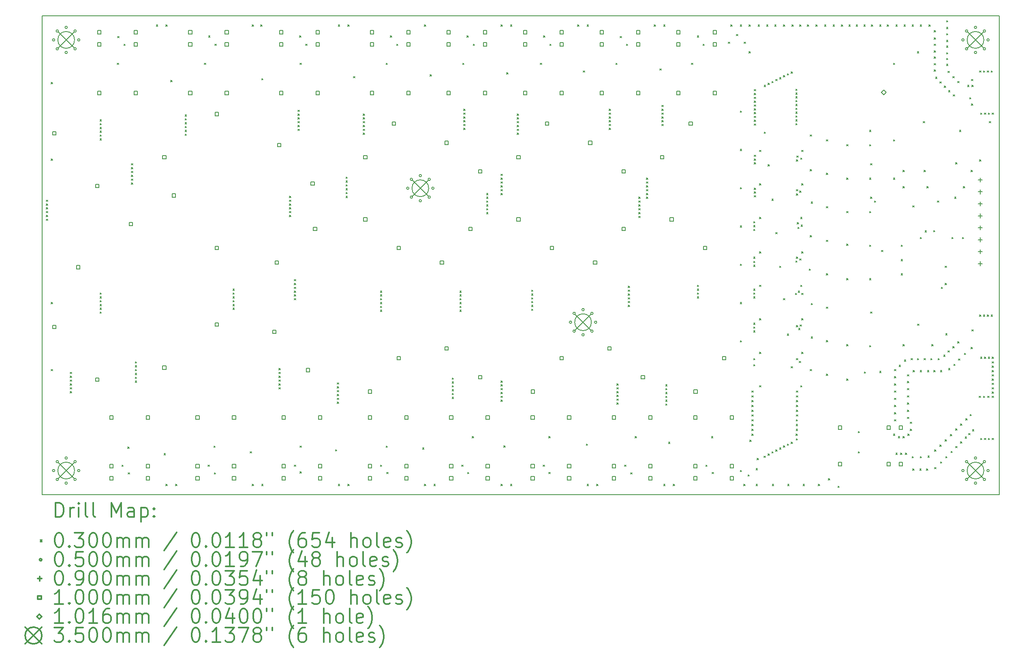
<source format=gbr>
%FSLAX45Y45*%
G04 Gerber Fmt 4.5, Leading zero omitted, Abs format (unit mm)*
G04 Created by KiCad (PCBNEW 5.1.12-84ad8e8a86~92~ubuntu20.04.1) date 2022-02-12 14:31:15*
%MOMM*%
%LPD*%
G01*
G04 APERTURE LIST*
%TA.AperFunction,Profile*%
%ADD10C,0.150000*%
%TD*%
%ADD11C,0.200000*%
%ADD12C,0.300000*%
G04 APERTURE END LIST*
D10*
X5000000Y-15000000D02*
X5000000Y-5000000D01*
X25000000Y-15000000D02*
X5000000Y-15000000D01*
X25000000Y-5000000D02*
X25000000Y-15000000D01*
X5000000Y-5000000D02*
X25000000Y-5000000D01*
D11*
X5085000Y-8845000D02*
X5115000Y-8875000D01*
X5115000Y-8845000D02*
X5085000Y-8875000D01*
X5085000Y-8925000D02*
X5115000Y-8955000D01*
X5115000Y-8925000D02*
X5085000Y-8955000D01*
X5085000Y-9005000D02*
X5115000Y-9035000D01*
X5115000Y-9005000D02*
X5085000Y-9035000D01*
X5085000Y-9085000D02*
X5115000Y-9115000D01*
X5115000Y-9085000D02*
X5085000Y-9115000D01*
X5085000Y-9165000D02*
X5115000Y-9195000D01*
X5115000Y-9165000D02*
X5085000Y-9195000D01*
X5085000Y-9245000D02*
X5115000Y-9275000D01*
X5115000Y-9245000D02*
X5085000Y-9275000D01*
X5185000Y-6385000D02*
X5215000Y-6415000D01*
X5215000Y-6385000D02*
X5185000Y-6415000D01*
X5185000Y-7985000D02*
X5215000Y-8015000D01*
X5215000Y-7985000D02*
X5185000Y-8015000D01*
X5185000Y-10985000D02*
X5215000Y-11015000D01*
X5215000Y-10985000D02*
X5185000Y-11015000D01*
X5185000Y-12385000D02*
X5215000Y-12415000D01*
X5215000Y-12385000D02*
X5185000Y-12415000D01*
X5585000Y-12445000D02*
X5615000Y-12475000D01*
X5615000Y-12445000D02*
X5585000Y-12475000D01*
X5585000Y-12525000D02*
X5615000Y-12555000D01*
X5615000Y-12525000D02*
X5585000Y-12555000D01*
X5585000Y-12605000D02*
X5615000Y-12635000D01*
X5615000Y-12605000D02*
X5585000Y-12635000D01*
X5585000Y-12685000D02*
X5615000Y-12715000D01*
X5615000Y-12685000D02*
X5585000Y-12715000D01*
X5585000Y-12765000D02*
X5615000Y-12795000D01*
X5615000Y-12765000D02*
X5585000Y-12795000D01*
X5585000Y-12845000D02*
X5615000Y-12875000D01*
X5615000Y-12845000D02*
X5585000Y-12875000D01*
X6205000Y-7165000D02*
X6235000Y-7195000D01*
X6235000Y-7165000D02*
X6205000Y-7195000D01*
X6205000Y-7245000D02*
X6235000Y-7275000D01*
X6235000Y-7245000D02*
X6205000Y-7275000D01*
X6205000Y-7325000D02*
X6235000Y-7355000D01*
X6235000Y-7325000D02*
X6205000Y-7355000D01*
X6205000Y-7405000D02*
X6235000Y-7435000D01*
X6235000Y-7405000D02*
X6205000Y-7435000D01*
X6205000Y-7485000D02*
X6235000Y-7515000D01*
X6235000Y-7485000D02*
X6205000Y-7515000D01*
X6205000Y-7565000D02*
X6235000Y-7595000D01*
X6235000Y-7565000D02*
X6205000Y-7595000D01*
X6205000Y-10785000D02*
X6235000Y-10815000D01*
X6235000Y-10785000D02*
X6205000Y-10815000D01*
X6205000Y-10865000D02*
X6235000Y-10895000D01*
X6235000Y-10865000D02*
X6205000Y-10895000D01*
X6205000Y-10945000D02*
X6235000Y-10975000D01*
X6235000Y-10945000D02*
X6205000Y-10975000D01*
X6205000Y-11025000D02*
X6235000Y-11055000D01*
X6235000Y-11025000D02*
X6205000Y-11055000D01*
X6205000Y-11105000D02*
X6235000Y-11135000D01*
X6235000Y-11105000D02*
X6205000Y-11135000D01*
X6205000Y-11185000D02*
X6235000Y-11215000D01*
X6235000Y-11185000D02*
X6205000Y-11215000D01*
X6565000Y-5985000D02*
X6595000Y-6015000D01*
X6595000Y-5985000D02*
X6565000Y-6015000D01*
X6575000Y-5425000D02*
X6605000Y-5455000D01*
X6605000Y-5425000D02*
X6575000Y-5455000D01*
X6665000Y-14385000D02*
X6695000Y-14415000D01*
X6695000Y-14385000D02*
X6665000Y-14415000D01*
X6705000Y-5585000D02*
X6735000Y-5615000D01*
X6735000Y-5585000D02*
X6705000Y-5615000D01*
X6785000Y-14005000D02*
X6815000Y-14035000D01*
X6815000Y-14005000D02*
X6785000Y-14035000D01*
X6795000Y-14545000D02*
X6825000Y-14575000D01*
X6825000Y-14545000D02*
X6795000Y-14575000D01*
X6865000Y-8085000D02*
X6895000Y-8115000D01*
X6895000Y-8085000D02*
X6865000Y-8115000D01*
X6865000Y-8165000D02*
X6895000Y-8195000D01*
X6895000Y-8165000D02*
X6865000Y-8195000D01*
X6865000Y-8245000D02*
X6895000Y-8275000D01*
X6895000Y-8245000D02*
X6865000Y-8275000D01*
X6865000Y-8325000D02*
X6895000Y-8355000D01*
X6895000Y-8325000D02*
X6865000Y-8355000D01*
X6865000Y-8405000D02*
X6895000Y-8435000D01*
X6895000Y-8405000D02*
X6865000Y-8435000D01*
X6865000Y-8485000D02*
X6895000Y-8515000D01*
X6895000Y-8485000D02*
X6865000Y-8515000D01*
X6945000Y-12225000D02*
X6975000Y-12255000D01*
X6975000Y-12225000D02*
X6945000Y-12255000D01*
X6945000Y-12305000D02*
X6975000Y-12335000D01*
X6975000Y-12305000D02*
X6945000Y-12335000D01*
X6945000Y-12385000D02*
X6975000Y-12415000D01*
X6975000Y-12385000D02*
X6945000Y-12415000D01*
X6945000Y-12465000D02*
X6975000Y-12495000D01*
X6975000Y-12465000D02*
X6945000Y-12495000D01*
X6945000Y-12545000D02*
X6975000Y-12575000D01*
X6975000Y-12545000D02*
X6945000Y-12575000D01*
X6945000Y-12625000D02*
X6975000Y-12655000D01*
X6975000Y-12625000D02*
X6945000Y-12655000D01*
X7385000Y-5185000D02*
X7415000Y-5215000D01*
X7415000Y-5185000D02*
X7385000Y-5215000D01*
X7545000Y-14143000D02*
X7575000Y-14173000D01*
X7575000Y-14143000D02*
X7545000Y-14173000D01*
X7585000Y-5185000D02*
X7615000Y-5215000D01*
X7615000Y-5185000D02*
X7585000Y-5215000D01*
X7585000Y-14785000D02*
X7615000Y-14815000D01*
X7615000Y-14785000D02*
X7585000Y-14815000D01*
X7684999Y-6345000D02*
X7714999Y-6375000D01*
X7714999Y-6345000D02*
X7684999Y-6375000D01*
X7785000Y-14785000D02*
X7815000Y-14815000D01*
X7815000Y-14785000D02*
X7785000Y-14815000D01*
X7985000Y-7065000D02*
X8015000Y-7095000D01*
X8015000Y-7065000D02*
X7985000Y-7095000D01*
X7985000Y-7145000D02*
X8015000Y-7175000D01*
X8015000Y-7145000D02*
X7985000Y-7175000D01*
X7985000Y-7225000D02*
X8015000Y-7255000D01*
X8015000Y-7225000D02*
X7985000Y-7255000D01*
X7985000Y-7305000D02*
X8015000Y-7335000D01*
X8015000Y-7305000D02*
X7985000Y-7335000D01*
X7985000Y-7385000D02*
X8015000Y-7415000D01*
X8015000Y-7385000D02*
X7985000Y-7415000D01*
X7985000Y-7465000D02*
X8015000Y-7495000D01*
X8015000Y-7465000D02*
X7985000Y-7495000D01*
X8385000Y-5985000D02*
X8415000Y-6015000D01*
X8415000Y-5985000D02*
X8385000Y-6015000D01*
X8465000Y-14385000D02*
X8495000Y-14415000D01*
X8495000Y-14385000D02*
X8465000Y-14415000D01*
X8475000Y-5415000D02*
X8505000Y-5445000D01*
X8505000Y-5415000D02*
X8475000Y-5445000D01*
X8585000Y-13985000D02*
X8615000Y-14015000D01*
X8615000Y-13985000D02*
X8585000Y-14015000D01*
X8595000Y-14545000D02*
X8625000Y-14575000D01*
X8625000Y-14545000D02*
X8595000Y-14575000D01*
X8605000Y-5585000D02*
X8635000Y-5615000D01*
X8635000Y-5585000D02*
X8605000Y-5615000D01*
X8985000Y-10705000D02*
X9015000Y-10735000D01*
X9015000Y-10705000D02*
X8985000Y-10735000D01*
X8985000Y-10785000D02*
X9015000Y-10815000D01*
X9015000Y-10785000D02*
X8985000Y-10815000D01*
X8985000Y-10865000D02*
X9015000Y-10895000D01*
X9015000Y-10865000D02*
X8985000Y-10895000D01*
X8985000Y-10945000D02*
X9015000Y-10975000D01*
X9015000Y-10945000D02*
X8985000Y-10975000D01*
X8985000Y-11025000D02*
X9015000Y-11055000D01*
X9015000Y-11025000D02*
X8985000Y-11055000D01*
X8985000Y-11105000D02*
X9015000Y-11135000D01*
X9015000Y-11105000D02*
X8985000Y-11135000D01*
X9345000Y-14102999D02*
X9375000Y-14132999D01*
X9375000Y-14102999D02*
X9345000Y-14132999D01*
X9385000Y-5185000D02*
X9415000Y-5215000D01*
X9415000Y-5185000D02*
X9385000Y-5215000D01*
X9385000Y-14785000D02*
X9415000Y-14815000D01*
X9415000Y-14785000D02*
X9385000Y-14815000D01*
X9565000Y-5185000D02*
X9595000Y-5215000D01*
X9595000Y-5185000D02*
X9565000Y-5215000D01*
X9585000Y-6305000D02*
X9615000Y-6335000D01*
X9615000Y-6305000D02*
X9585000Y-6335000D01*
X9585000Y-14785000D02*
X9615000Y-14815000D01*
X9615000Y-14785000D02*
X9585000Y-14815000D01*
X9945000Y-12365000D02*
X9975000Y-12395000D01*
X9975000Y-12365000D02*
X9945000Y-12395000D01*
X9945000Y-12445000D02*
X9975000Y-12475000D01*
X9975000Y-12445000D02*
X9945000Y-12475000D01*
X9945000Y-12525000D02*
X9975000Y-12555000D01*
X9975000Y-12525000D02*
X9945000Y-12555000D01*
X9945000Y-12605000D02*
X9975000Y-12635000D01*
X9975000Y-12605000D02*
X9945000Y-12635000D01*
X9945000Y-12685000D02*
X9975000Y-12715000D01*
X9975000Y-12685000D02*
X9945000Y-12715000D01*
X9945000Y-12765000D02*
X9975000Y-12795000D01*
X9975000Y-12765000D02*
X9945000Y-12795000D01*
X10165000Y-8765000D02*
X10195000Y-8795000D01*
X10195000Y-8765000D02*
X10165000Y-8795000D01*
X10165000Y-8845000D02*
X10195000Y-8875000D01*
X10195000Y-8845000D02*
X10165000Y-8875000D01*
X10165000Y-8925000D02*
X10195000Y-8955000D01*
X10195000Y-8925000D02*
X10165000Y-8955000D01*
X10165000Y-9005000D02*
X10195000Y-9035000D01*
X10195000Y-9005000D02*
X10165000Y-9035000D01*
X10165000Y-9085000D02*
X10195000Y-9115000D01*
X10195000Y-9085000D02*
X10165000Y-9115000D01*
X10165000Y-9165000D02*
X10195000Y-9195000D01*
X10195000Y-9165000D02*
X10165000Y-9195000D01*
X10265000Y-10505000D02*
X10295000Y-10535000D01*
X10295000Y-10505000D02*
X10265000Y-10535000D01*
X10265000Y-10585000D02*
X10295000Y-10615000D01*
X10295000Y-10585000D02*
X10265000Y-10615000D01*
X10265000Y-10665000D02*
X10295000Y-10695000D01*
X10295000Y-10665000D02*
X10265000Y-10695000D01*
X10265000Y-10745000D02*
X10295000Y-10775000D01*
X10295000Y-10745000D02*
X10265000Y-10775000D01*
X10265000Y-10825000D02*
X10295000Y-10855000D01*
X10295000Y-10825000D02*
X10265000Y-10855000D01*
X10265000Y-10905000D02*
X10295000Y-10935000D01*
X10295000Y-10905000D02*
X10265000Y-10935000D01*
X10265000Y-14385000D02*
X10295000Y-14415000D01*
X10295000Y-14385000D02*
X10265000Y-14415000D01*
X10345000Y-6965000D02*
X10375000Y-6995000D01*
X10375000Y-6965000D02*
X10345000Y-6995000D01*
X10345000Y-7045000D02*
X10375000Y-7075000D01*
X10375000Y-7045000D02*
X10345000Y-7075000D01*
X10345000Y-7125000D02*
X10375000Y-7155000D01*
X10375000Y-7125000D02*
X10345000Y-7155000D01*
X10345000Y-7205000D02*
X10375000Y-7235000D01*
X10375000Y-7205000D02*
X10345000Y-7235000D01*
X10345000Y-7285000D02*
X10375000Y-7315000D01*
X10375000Y-7285000D02*
X10345000Y-7315000D01*
X10345000Y-7365000D02*
X10375000Y-7395000D01*
X10375000Y-7365000D02*
X10345000Y-7395000D01*
X10375000Y-5415000D02*
X10405000Y-5445000D01*
X10405000Y-5415000D02*
X10375000Y-5445000D01*
X10385000Y-5985000D02*
X10415000Y-6015000D01*
X10415000Y-5985000D02*
X10385000Y-6015000D01*
X10385000Y-13985000D02*
X10415000Y-14015000D01*
X10415000Y-13985000D02*
X10385000Y-14015000D01*
X10385000Y-14525000D02*
X10415000Y-14555000D01*
X10415000Y-14525000D02*
X10385000Y-14555000D01*
X10505000Y-5585000D02*
X10535000Y-5615000D01*
X10535000Y-5585000D02*
X10505000Y-5615000D01*
X11125000Y-14062998D02*
X11155000Y-14092998D01*
X11155000Y-14062998D02*
X11125000Y-14092998D01*
X11165000Y-12665000D02*
X11195000Y-12695000D01*
X11195000Y-12665000D02*
X11165000Y-12695000D01*
X11165000Y-12745000D02*
X11195000Y-12775000D01*
X11195000Y-12745000D02*
X11165000Y-12775000D01*
X11165000Y-12825000D02*
X11195000Y-12855000D01*
X11195000Y-12825000D02*
X11165000Y-12855000D01*
X11165000Y-12905000D02*
X11195000Y-12935000D01*
X11195000Y-12905000D02*
X11165000Y-12935000D01*
X11165000Y-12985000D02*
X11195000Y-13015000D01*
X11195000Y-12985000D02*
X11165000Y-13015000D01*
X11165000Y-13065000D02*
X11195000Y-13095000D01*
X11195000Y-13065000D02*
X11165000Y-13095000D01*
X11185000Y-5185000D02*
X11215000Y-5215000D01*
X11215000Y-5185000D02*
X11185000Y-5215000D01*
X11185000Y-14785000D02*
X11215000Y-14815000D01*
X11215000Y-14785000D02*
X11185000Y-14815000D01*
X11345000Y-8365000D02*
X11375000Y-8395000D01*
X11375000Y-8365000D02*
X11345000Y-8395000D01*
X11345000Y-8445000D02*
X11375000Y-8475000D01*
X11375000Y-8445000D02*
X11345000Y-8475000D01*
X11345000Y-8525000D02*
X11375000Y-8555000D01*
X11375000Y-8525000D02*
X11345000Y-8555000D01*
X11345000Y-8605000D02*
X11375000Y-8635000D01*
X11375000Y-8605000D02*
X11345000Y-8635000D01*
X11345000Y-8685000D02*
X11375000Y-8715000D01*
X11375000Y-8685000D02*
X11345000Y-8715000D01*
X11345000Y-8765000D02*
X11375000Y-8795000D01*
X11375000Y-8765000D02*
X11345000Y-8795000D01*
X11385000Y-5185000D02*
X11415000Y-5215000D01*
X11415000Y-5185000D02*
X11385000Y-5215000D01*
X11385000Y-14785000D02*
X11415000Y-14815000D01*
X11415000Y-14785000D02*
X11385000Y-14815000D01*
X11505000Y-6264999D02*
X11535000Y-6294999D01*
X11535000Y-6264999D02*
X11505000Y-6294999D01*
X11705000Y-7045000D02*
X11735000Y-7075000D01*
X11735000Y-7045000D02*
X11705000Y-7075000D01*
X11705000Y-7125000D02*
X11735000Y-7155000D01*
X11735000Y-7125000D02*
X11705000Y-7155000D01*
X11705000Y-7205000D02*
X11735000Y-7235000D01*
X11735000Y-7205000D02*
X11705000Y-7235000D01*
X11705000Y-7285000D02*
X11735000Y-7315000D01*
X11735000Y-7285000D02*
X11705000Y-7315000D01*
X11705000Y-7365000D02*
X11735000Y-7395000D01*
X11735000Y-7365000D02*
X11705000Y-7395000D01*
X11705000Y-7445000D02*
X11735000Y-7475000D01*
X11735000Y-7445000D02*
X11705000Y-7475000D01*
X12065000Y-10745000D02*
X12095000Y-10775000D01*
X12095000Y-10745000D02*
X12065000Y-10775000D01*
X12065000Y-10825000D02*
X12095000Y-10855000D01*
X12095000Y-10825000D02*
X12065000Y-10855000D01*
X12065000Y-10905000D02*
X12095000Y-10935000D01*
X12095000Y-10905000D02*
X12065000Y-10935000D01*
X12065000Y-10985000D02*
X12095000Y-11015000D01*
X12095000Y-10985000D02*
X12065000Y-11015000D01*
X12065000Y-11065000D02*
X12095000Y-11095000D01*
X12095000Y-11065000D02*
X12065000Y-11095000D01*
X12065000Y-11145000D02*
X12095000Y-11175000D01*
X12095000Y-11145000D02*
X12065000Y-11175000D01*
X12065000Y-14385000D02*
X12095000Y-14415000D01*
X12095000Y-14385000D02*
X12065000Y-14415000D01*
X12185000Y-5985000D02*
X12215000Y-6015000D01*
X12215000Y-5985000D02*
X12185000Y-6015000D01*
X12185000Y-13985000D02*
X12215000Y-14015000D01*
X12215000Y-13985000D02*
X12185000Y-14015000D01*
X12195000Y-14535000D02*
X12225000Y-14565000D01*
X12225000Y-14535000D02*
X12195000Y-14565000D01*
X12275000Y-5415000D02*
X12305000Y-5445000D01*
X12305000Y-5415000D02*
X12275000Y-5445000D01*
X12405000Y-5585000D02*
X12435000Y-5615000D01*
X12435000Y-5585000D02*
X12405000Y-5615000D01*
X12945000Y-14022997D02*
X12975000Y-14052997D01*
X12975000Y-14022997D02*
X12945000Y-14052997D01*
X12985000Y-5185000D02*
X13015000Y-5215000D01*
X13015000Y-5185000D02*
X12985000Y-5215000D01*
X12985000Y-14785000D02*
X13015000Y-14815000D01*
X13015000Y-14785000D02*
X12985000Y-14815000D01*
X13105000Y-6224998D02*
X13135000Y-6254998D01*
X13135000Y-6224998D02*
X13105000Y-6254998D01*
X13185000Y-14785000D02*
X13215000Y-14815000D01*
X13215000Y-14785000D02*
X13185000Y-14815000D01*
X13565000Y-12565000D02*
X13595000Y-12595000D01*
X13595000Y-12565000D02*
X13565000Y-12595000D01*
X13565000Y-12645000D02*
X13595000Y-12675000D01*
X13595000Y-12645000D02*
X13565000Y-12675000D01*
X13565000Y-12725000D02*
X13595000Y-12755000D01*
X13595000Y-12725000D02*
X13565000Y-12755000D01*
X13565000Y-12805000D02*
X13595000Y-12835000D01*
X13595000Y-12805000D02*
X13565000Y-12835000D01*
X13565000Y-12885000D02*
X13595000Y-12915000D01*
X13595000Y-12885000D02*
X13565000Y-12915000D01*
X13565000Y-12965000D02*
X13595000Y-12995000D01*
X13595000Y-12965000D02*
X13565000Y-12995000D01*
X13725000Y-10745000D02*
X13755000Y-10775000D01*
X13755000Y-10745000D02*
X13725000Y-10775000D01*
X13725000Y-10825000D02*
X13755000Y-10855000D01*
X13755000Y-10825000D02*
X13725000Y-10855000D01*
X13725000Y-10905000D02*
X13755000Y-10935000D01*
X13755000Y-10905000D02*
X13725000Y-10935000D01*
X13725000Y-10985000D02*
X13755000Y-11015000D01*
X13755000Y-10985000D02*
X13725000Y-11015000D01*
X13725000Y-11065000D02*
X13755000Y-11095000D01*
X13755000Y-11065000D02*
X13725000Y-11095000D01*
X13725000Y-11145000D02*
X13755000Y-11175000D01*
X13755000Y-11145000D02*
X13725000Y-11175000D01*
X13765000Y-14385000D02*
X13795000Y-14415000D01*
X13795000Y-14385000D02*
X13765000Y-14415000D01*
X13785000Y-5985000D02*
X13815000Y-6015000D01*
X13815000Y-5985000D02*
X13785000Y-6015000D01*
X13805000Y-6945000D02*
X13835000Y-6975000D01*
X13835000Y-6945000D02*
X13805000Y-6975000D01*
X13805000Y-7025000D02*
X13835000Y-7055000D01*
X13835000Y-7025000D02*
X13805000Y-7055000D01*
X13805000Y-7105000D02*
X13835000Y-7135000D01*
X13835000Y-7105000D02*
X13805000Y-7135000D01*
X13805000Y-7185000D02*
X13835000Y-7215000D01*
X13835000Y-7185000D02*
X13805000Y-7215000D01*
X13805000Y-7265000D02*
X13835000Y-7295000D01*
X13835000Y-7265000D02*
X13805000Y-7295000D01*
X13805000Y-7345000D02*
X13835000Y-7375000D01*
X13835000Y-7345000D02*
X13805000Y-7375000D01*
X13875000Y-5415000D02*
X13905000Y-5445000D01*
X13905000Y-5415000D02*
X13875000Y-5445000D01*
X13885000Y-14535000D02*
X13915000Y-14565000D01*
X13915000Y-14535000D02*
X13885000Y-14565000D01*
X13985000Y-13785000D02*
X14015000Y-13815000D01*
X14015000Y-13785000D02*
X13985000Y-13815000D01*
X14005000Y-5585000D02*
X14035000Y-5615000D01*
X14035000Y-5585000D02*
X14005000Y-5615000D01*
X14285000Y-8705000D02*
X14315000Y-8735000D01*
X14315000Y-8705000D02*
X14285000Y-8735000D01*
X14285000Y-8785000D02*
X14315000Y-8815000D01*
X14315000Y-8785000D02*
X14285000Y-8815000D01*
X14285000Y-8865000D02*
X14315000Y-8895000D01*
X14315000Y-8865000D02*
X14285000Y-8895000D01*
X14285000Y-8945000D02*
X14315000Y-8975000D01*
X14315000Y-8945000D02*
X14285000Y-8975000D01*
X14285000Y-9025000D02*
X14315000Y-9055000D01*
X14315000Y-9025000D02*
X14285000Y-9055000D01*
X14285000Y-9105000D02*
X14315000Y-9135000D01*
X14315000Y-9105000D02*
X14285000Y-9135000D01*
X14585000Y-5185000D02*
X14615000Y-5215000D01*
X14615000Y-5185000D02*
X14585000Y-5215000D01*
X14585000Y-8305000D02*
X14615000Y-8335000D01*
X14615000Y-8305000D02*
X14585000Y-8335000D01*
X14585000Y-8385000D02*
X14615000Y-8415000D01*
X14615000Y-8385000D02*
X14585000Y-8415000D01*
X14585000Y-8465000D02*
X14615000Y-8495000D01*
X14615000Y-8465000D02*
X14585000Y-8495000D01*
X14585000Y-8545000D02*
X14615000Y-8575000D01*
X14615000Y-8545000D02*
X14585000Y-8575000D01*
X14585000Y-8625000D02*
X14615000Y-8655000D01*
X14615000Y-8625000D02*
X14585000Y-8655000D01*
X14585000Y-8705000D02*
X14615000Y-8735000D01*
X14615000Y-8705000D02*
X14585000Y-8735000D01*
X14585000Y-12625000D02*
X14615000Y-12655000D01*
X14615000Y-12625000D02*
X14585000Y-12655000D01*
X14585000Y-12705000D02*
X14615000Y-12735000D01*
X14615000Y-12705000D02*
X14585000Y-12735000D01*
X14585000Y-12785000D02*
X14615000Y-12815000D01*
X14615000Y-12785000D02*
X14585000Y-12815000D01*
X14585000Y-12865000D02*
X14615000Y-12895000D01*
X14615000Y-12865000D02*
X14585000Y-12895000D01*
X14585000Y-12945000D02*
X14615000Y-12975000D01*
X14615000Y-12945000D02*
X14585000Y-12975000D01*
X14585000Y-13025000D02*
X14615000Y-13055000D01*
X14615000Y-13025000D02*
X14585000Y-13055000D01*
X14585000Y-14785000D02*
X14615000Y-14815000D01*
X14615000Y-14785000D02*
X14585000Y-14815000D01*
X14645000Y-13982996D02*
X14675000Y-14012996D01*
X14675000Y-13982996D02*
X14645000Y-14012996D01*
X14705000Y-6184997D02*
X14735000Y-6214997D01*
X14735000Y-6184997D02*
X14705000Y-6214997D01*
X14785000Y-5185000D02*
X14815000Y-5215000D01*
X14815000Y-5185000D02*
X14785000Y-5215000D01*
X14785000Y-14785000D02*
X14815000Y-14815000D01*
X14815000Y-14785000D02*
X14785000Y-14815000D01*
X14925000Y-7045000D02*
X14955000Y-7075000D01*
X14955000Y-7045000D02*
X14925000Y-7075000D01*
X14925000Y-7125000D02*
X14955000Y-7155000D01*
X14955000Y-7125000D02*
X14925000Y-7155000D01*
X14925000Y-7205000D02*
X14955000Y-7235000D01*
X14955000Y-7205000D02*
X14925000Y-7235000D01*
X14925000Y-7285000D02*
X14955000Y-7315000D01*
X14955000Y-7285000D02*
X14925000Y-7315000D01*
X14925000Y-7365000D02*
X14955000Y-7395000D01*
X14955000Y-7365000D02*
X14925000Y-7395000D01*
X14925000Y-7445000D02*
X14955000Y-7475000D01*
X14955000Y-7445000D02*
X14925000Y-7475000D01*
X15225000Y-10725000D02*
X15255000Y-10755000D01*
X15255000Y-10725000D02*
X15225000Y-10755000D01*
X15225000Y-10805000D02*
X15255000Y-10835000D01*
X15255000Y-10805000D02*
X15225000Y-10835000D01*
X15225000Y-10885000D02*
X15255000Y-10915000D01*
X15255000Y-10885000D02*
X15225000Y-10915000D01*
X15225000Y-10965000D02*
X15255000Y-10995000D01*
X15255000Y-10965000D02*
X15225000Y-10995000D01*
X15225000Y-11045000D02*
X15255000Y-11075000D01*
X15255000Y-11045000D02*
X15225000Y-11075000D01*
X15225000Y-11125000D02*
X15255000Y-11155000D01*
X15255000Y-11125000D02*
X15225000Y-11155000D01*
X15405000Y-5985000D02*
X15435000Y-6015000D01*
X15435000Y-5985000D02*
X15405000Y-6015000D01*
X15465000Y-14385000D02*
X15495000Y-14415000D01*
X15495000Y-14385000D02*
X15465000Y-14415000D01*
X15475000Y-5415000D02*
X15505000Y-5445000D01*
X15505000Y-5415000D02*
X15475000Y-5445000D01*
X15585000Y-13785000D02*
X15615000Y-13815000D01*
X15615000Y-13785000D02*
X15585000Y-13815000D01*
X15585000Y-14535000D02*
X15615000Y-14565000D01*
X15615000Y-14535000D02*
X15585000Y-14565000D01*
X15605000Y-5585000D02*
X15635000Y-5615000D01*
X15635000Y-5585000D02*
X15605000Y-5615000D01*
X16185000Y-5185000D02*
X16215000Y-5215000D01*
X16215000Y-5185000D02*
X16185000Y-5215000D01*
X16305000Y-6144996D02*
X16335000Y-6174996D01*
X16335000Y-6144996D02*
X16305000Y-6174996D01*
X16365000Y-13942995D02*
X16395000Y-13972995D01*
X16395000Y-13942995D02*
X16365000Y-13972995D01*
X16385000Y-5185000D02*
X16415000Y-5215000D01*
X16415000Y-5185000D02*
X16385000Y-5215000D01*
X16385000Y-14785000D02*
X16415000Y-14815000D01*
X16415000Y-14785000D02*
X16385000Y-14815000D01*
X16585000Y-14785000D02*
X16615000Y-14815000D01*
X16615000Y-14785000D02*
X16585000Y-14815000D01*
X16845000Y-6945000D02*
X16875000Y-6975000D01*
X16875000Y-6945000D02*
X16845000Y-6975000D01*
X16845000Y-7025000D02*
X16875000Y-7055000D01*
X16875000Y-7025000D02*
X16845000Y-7055000D01*
X16845000Y-7105000D02*
X16875000Y-7135000D01*
X16875000Y-7105000D02*
X16845000Y-7135000D01*
X16845000Y-7185000D02*
X16875000Y-7215000D01*
X16875000Y-7185000D02*
X16845000Y-7215000D01*
X16845000Y-7265000D02*
X16875000Y-7295000D01*
X16875000Y-7265000D02*
X16845000Y-7295000D01*
X16845000Y-7345000D02*
X16875000Y-7375000D01*
X16875000Y-7345000D02*
X16845000Y-7375000D01*
X16985000Y-5985000D02*
X17015000Y-6015000D01*
X17015000Y-5985000D02*
X16985000Y-6015000D01*
X17005000Y-12685000D02*
X17035000Y-12715000D01*
X17035000Y-12685000D02*
X17005000Y-12715000D01*
X17005000Y-12765000D02*
X17035000Y-12795000D01*
X17035000Y-12765000D02*
X17005000Y-12795000D01*
X17005000Y-12845000D02*
X17035000Y-12875000D01*
X17035000Y-12845000D02*
X17005000Y-12875000D01*
X17005000Y-12925000D02*
X17035000Y-12955000D01*
X17035000Y-12925000D02*
X17005000Y-12955000D01*
X17005000Y-13005000D02*
X17035000Y-13035000D01*
X17035000Y-13005000D02*
X17005000Y-13035000D01*
X17005000Y-13085000D02*
X17035000Y-13115000D01*
X17035000Y-13085000D02*
X17005000Y-13115000D01*
X17075000Y-5425000D02*
X17105000Y-5455000D01*
X17105000Y-5425000D02*
X17075000Y-5455000D01*
X17165000Y-14385000D02*
X17195000Y-14415000D01*
X17195000Y-14385000D02*
X17165000Y-14415000D01*
X17205000Y-5585000D02*
X17235000Y-5615000D01*
X17235000Y-5585000D02*
X17205000Y-5615000D01*
X17245000Y-10645000D02*
X17275000Y-10675000D01*
X17275000Y-10645000D02*
X17245000Y-10675000D01*
X17245000Y-10725000D02*
X17275000Y-10755000D01*
X17275000Y-10725000D02*
X17245000Y-10755000D01*
X17245000Y-10805000D02*
X17275000Y-10835000D01*
X17275000Y-10805000D02*
X17245000Y-10835000D01*
X17245000Y-10885000D02*
X17275000Y-10915000D01*
X17275000Y-10885000D02*
X17245000Y-10915000D01*
X17245000Y-10965000D02*
X17275000Y-10995000D01*
X17275000Y-10965000D02*
X17245000Y-10995000D01*
X17245000Y-11045000D02*
X17275000Y-11075000D01*
X17275000Y-11045000D02*
X17245000Y-11075000D01*
X17295000Y-14545000D02*
X17325000Y-14575000D01*
X17325000Y-14545000D02*
X17295000Y-14575000D01*
X17385000Y-13785000D02*
X17415000Y-13815000D01*
X17415000Y-13785000D02*
X17385000Y-13815000D01*
X17465000Y-8785000D02*
X17495000Y-8815000D01*
X17495000Y-8785000D02*
X17465000Y-8815000D01*
X17465000Y-8865000D02*
X17495000Y-8895000D01*
X17495000Y-8865000D02*
X17465000Y-8895000D01*
X17465000Y-8945000D02*
X17495000Y-8975000D01*
X17495000Y-8945000D02*
X17465000Y-8975000D01*
X17465000Y-9025000D02*
X17495000Y-9055000D01*
X17495000Y-9025000D02*
X17465000Y-9055000D01*
X17465000Y-9105000D02*
X17495000Y-9135000D01*
X17495000Y-9105000D02*
X17465000Y-9135000D01*
X17465000Y-9185000D02*
X17495000Y-9215000D01*
X17495000Y-9185000D02*
X17465000Y-9215000D01*
X17625000Y-8385000D02*
X17655000Y-8415000D01*
X17655000Y-8385000D02*
X17625000Y-8415000D01*
X17625000Y-8465000D02*
X17655000Y-8495000D01*
X17655000Y-8465000D02*
X17625000Y-8495000D01*
X17625000Y-8545000D02*
X17655000Y-8575000D01*
X17655000Y-8545000D02*
X17625000Y-8575000D01*
X17625000Y-8625000D02*
X17655000Y-8655000D01*
X17655000Y-8625000D02*
X17625000Y-8655000D01*
X17625000Y-8705000D02*
X17655000Y-8735000D01*
X17655000Y-8705000D02*
X17625000Y-8735000D01*
X17625000Y-8785000D02*
X17655000Y-8815000D01*
X17655000Y-8785000D02*
X17625000Y-8815000D01*
X17785000Y-5185000D02*
X17815000Y-5215000D01*
X17815000Y-5185000D02*
X17785000Y-5215000D01*
X17905000Y-6104995D02*
X17935000Y-6134995D01*
X17935000Y-6104995D02*
X17905000Y-6134995D01*
X17945000Y-6865000D02*
X17975000Y-6895000D01*
X17975000Y-6865000D02*
X17945000Y-6895000D01*
X17945000Y-6945000D02*
X17975000Y-6975000D01*
X17975000Y-6945000D02*
X17945000Y-6975000D01*
X17945000Y-7025000D02*
X17975000Y-7055000D01*
X17975000Y-7025000D02*
X17945000Y-7055000D01*
X17945000Y-7105000D02*
X17975000Y-7135000D01*
X17975000Y-7105000D02*
X17945000Y-7135000D01*
X17945000Y-7185000D02*
X17975000Y-7215000D01*
X17975000Y-7185000D02*
X17945000Y-7215000D01*
X17945000Y-7265000D02*
X17975000Y-7295000D01*
X17975000Y-7265000D02*
X17945000Y-7295000D01*
X17985000Y-5185000D02*
X18015000Y-5215000D01*
X18015000Y-5185000D02*
X17985000Y-5215000D01*
X17985000Y-14785000D02*
X18015000Y-14815000D01*
X18015000Y-14785000D02*
X17985000Y-14815000D01*
X18025000Y-12705000D02*
X18055000Y-12735000D01*
X18055000Y-12705000D02*
X18025000Y-12735000D01*
X18025000Y-12785000D02*
X18055000Y-12815000D01*
X18055000Y-12785000D02*
X18025000Y-12815000D01*
X18025000Y-12865000D02*
X18055000Y-12895000D01*
X18055000Y-12865000D02*
X18025000Y-12895000D01*
X18025000Y-12945000D02*
X18055000Y-12975000D01*
X18055000Y-12945000D02*
X18025000Y-12975000D01*
X18025000Y-13025000D02*
X18055000Y-13055000D01*
X18055000Y-13025000D02*
X18025000Y-13055000D01*
X18025000Y-13105000D02*
X18055000Y-13135000D01*
X18055000Y-13105000D02*
X18025000Y-13135000D01*
X18085000Y-13902994D02*
X18115000Y-13932994D01*
X18115000Y-13902994D02*
X18085000Y-13932994D01*
X18185000Y-14785000D02*
X18215000Y-14815000D01*
X18215000Y-14785000D02*
X18185000Y-14815000D01*
X18565000Y-5985000D02*
X18595000Y-6015000D01*
X18595000Y-5985000D02*
X18565000Y-6015000D01*
X18685000Y-5415000D02*
X18715000Y-5445000D01*
X18715000Y-5415000D02*
X18685000Y-5445000D01*
X18685000Y-10625000D02*
X18715000Y-10655000D01*
X18715000Y-10625000D02*
X18685000Y-10655000D01*
X18685000Y-10705000D02*
X18715000Y-10735000D01*
X18715000Y-10705000D02*
X18685000Y-10735000D01*
X18685000Y-10785000D02*
X18715000Y-10815000D01*
X18715000Y-10785000D02*
X18685000Y-10815000D01*
X18685000Y-10865000D02*
X18715000Y-10895000D01*
X18715000Y-10865000D02*
X18685000Y-10895000D01*
X18805000Y-5585000D02*
X18835000Y-5615000D01*
X18835000Y-5585000D02*
X18805000Y-5615000D01*
X18865000Y-14385000D02*
X18895000Y-14415000D01*
X18895000Y-14385000D02*
X18865000Y-14415000D01*
X18985000Y-13785000D02*
X19015000Y-13815000D01*
X19015000Y-13785000D02*
X18985000Y-13815000D01*
X18995000Y-14535000D02*
X19025000Y-14565000D01*
X19025000Y-14535000D02*
X18995000Y-14565000D01*
X19335000Y-5545000D02*
X19365000Y-5575000D01*
X19365000Y-5545000D02*
X19335000Y-5575000D01*
X19385000Y-5185000D02*
X19415000Y-5215000D01*
X19415000Y-5185000D02*
X19385000Y-5215000D01*
X19505000Y-5385000D02*
X19535000Y-5415000D01*
X19535000Y-5385000D02*
X19505000Y-5415000D01*
X19585000Y-5185000D02*
X19615000Y-5215000D01*
X19615000Y-5185000D02*
X19585000Y-5215000D01*
X19585000Y-6985000D02*
X19615000Y-7015000D01*
X19615000Y-6985000D02*
X19585000Y-7015000D01*
X19585000Y-7785000D02*
X19615000Y-7815000D01*
X19615000Y-7785000D02*
X19585000Y-7815000D01*
X19585000Y-8585000D02*
X19615000Y-8615000D01*
X19615000Y-8585000D02*
X19585000Y-8615000D01*
X19585000Y-9385000D02*
X19615000Y-9415000D01*
X19615000Y-9385000D02*
X19585000Y-9415000D01*
X19585000Y-10185000D02*
X19615000Y-10215000D01*
X19615000Y-10185000D02*
X19585000Y-10215000D01*
X19585000Y-10985000D02*
X19615000Y-11015000D01*
X19615000Y-10985000D02*
X19585000Y-11015000D01*
X19585000Y-11785000D02*
X19615000Y-11815000D01*
X19615000Y-11785000D02*
X19585000Y-11815000D01*
X19585000Y-14495000D02*
X19615000Y-14525000D01*
X19615000Y-14495000D02*
X19585000Y-14525000D01*
X19655000Y-14785000D02*
X19685000Y-14815000D01*
X19685000Y-14785000D02*
X19655000Y-14815000D01*
X19665000Y-5545000D02*
X19695000Y-5575000D01*
X19695000Y-5545000D02*
X19665000Y-5575000D01*
X19745000Y-14585000D02*
X19775000Y-14615000D01*
X19775000Y-14585000D02*
X19745000Y-14615000D01*
X19765000Y-5185000D02*
X19795000Y-5215000D01*
X19795000Y-5185000D02*
X19765000Y-5215000D01*
X19765000Y-5745000D02*
X19795000Y-5775000D01*
X19795000Y-5745000D02*
X19765000Y-5775000D01*
X19785000Y-13862993D02*
X19815000Y-13892993D01*
X19815000Y-13862993D02*
X19785000Y-13892993D01*
X19825000Y-12835000D02*
X19855000Y-12865000D01*
X19855000Y-12835000D02*
X19825000Y-12865000D01*
X19825000Y-12935000D02*
X19855000Y-12965000D01*
X19855000Y-12935000D02*
X19825000Y-12965000D01*
X19825000Y-13035000D02*
X19855000Y-13065000D01*
X19855000Y-13035000D02*
X19825000Y-13065000D01*
X19825000Y-13135000D02*
X19855000Y-13165000D01*
X19855000Y-13135000D02*
X19825000Y-13165000D01*
X19825000Y-13235000D02*
X19855000Y-13265000D01*
X19855000Y-13235000D02*
X19825000Y-13265000D01*
X19825000Y-13335000D02*
X19855000Y-13365000D01*
X19855000Y-13335000D02*
X19825000Y-13365000D01*
X19825000Y-13435000D02*
X19855000Y-13465000D01*
X19855000Y-13435000D02*
X19825000Y-13465000D01*
X19825000Y-13535000D02*
X19855000Y-13565000D01*
X19855000Y-13535000D02*
X19825000Y-13565000D01*
X19825000Y-13635000D02*
X19855000Y-13665000D01*
X19855000Y-13635000D02*
X19825000Y-13665000D01*
X19825000Y-13735000D02*
X19855000Y-13765000D01*
X19855000Y-13735000D02*
X19825000Y-13765000D01*
X19865000Y-9295000D02*
X19895000Y-9325000D01*
X19895000Y-9295000D02*
X19865000Y-9325000D01*
X19865000Y-9375000D02*
X19895000Y-9405000D01*
X19895000Y-9375000D02*
X19865000Y-9405000D01*
X19865000Y-9455000D02*
X19895000Y-9485000D01*
X19895000Y-9455000D02*
X19865000Y-9485000D01*
X19865000Y-10035000D02*
X19895000Y-10065000D01*
X19895000Y-10035000D02*
X19865000Y-10065000D01*
X19865000Y-10125000D02*
X19895000Y-10155000D01*
X19895000Y-10125000D02*
X19865000Y-10155000D01*
X19865000Y-10205000D02*
X19895000Y-10235000D01*
X19895000Y-10205000D02*
X19865000Y-10235000D01*
X19865000Y-10705000D02*
X19895000Y-10735000D01*
X19895000Y-10705000D02*
X19865000Y-10735000D01*
X19865000Y-10785000D02*
X19895000Y-10815000D01*
X19895000Y-10785000D02*
X19865000Y-10815000D01*
X19865000Y-10865000D02*
X19895000Y-10895000D01*
X19895000Y-10865000D02*
X19865000Y-10895000D01*
X19865000Y-11415000D02*
X19895000Y-11445000D01*
X19895000Y-11415000D02*
X19865000Y-11445000D01*
X19865000Y-11495000D02*
X19895000Y-11525000D01*
X19895000Y-11495000D02*
X19865000Y-11525000D01*
X19865000Y-11575000D02*
X19895000Y-11605000D01*
X19895000Y-11575000D02*
X19865000Y-11605000D01*
X19865000Y-12155000D02*
X19895000Y-12185000D01*
X19895000Y-12155000D02*
X19865000Y-12185000D01*
X19865000Y-12285000D02*
X19895000Y-12315000D01*
X19895000Y-12285000D02*
X19865000Y-12315000D01*
X19875000Y-6535000D02*
X19905000Y-6565000D01*
X19905000Y-6535000D02*
X19875000Y-6565000D01*
X19875000Y-6615000D02*
X19905000Y-6645000D01*
X19905000Y-6615000D02*
X19875000Y-6645000D01*
X19875000Y-6695000D02*
X19905000Y-6725000D01*
X19905000Y-6695000D02*
X19875000Y-6725000D01*
X19875000Y-6775000D02*
X19905000Y-6805000D01*
X19905000Y-6775000D02*
X19875000Y-6805000D01*
X19875000Y-6855000D02*
X19905000Y-6885000D01*
X19905000Y-6855000D02*
X19875000Y-6885000D01*
X19875000Y-6935000D02*
X19905000Y-6965000D01*
X19905000Y-6935000D02*
X19875000Y-6965000D01*
X19875000Y-7015000D02*
X19905000Y-7045000D01*
X19905000Y-7015000D02*
X19875000Y-7045000D01*
X19875000Y-7095000D02*
X19905000Y-7125000D01*
X19905000Y-7095000D02*
X19875000Y-7125000D01*
X19875000Y-7175000D02*
X19905000Y-7205000D01*
X19905000Y-7175000D02*
X19875000Y-7205000D01*
X19875000Y-7255000D02*
X19905000Y-7285000D01*
X19905000Y-7255000D02*
X19875000Y-7285000D01*
X19875000Y-7905000D02*
X19905000Y-7935000D01*
X19905000Y-7905000D02*
X19875000Y-7935000D01*
X19875000Y-7985000D02*
X19905000Y-8015000D01*
X19905000Y-7985000D02*
X19875000Y-8015000D01*
X19875000Y-8065000D02*
X19905000Y-8095000D01*
X19905000Y-8065000D02*
X19875000Y-8095000D01*
X19875000Y-8595000D02*
X19905000Y-8625000D01*
X19905000Y-8595000D02*
X19875000Y-8625000D01*
X19875000Y-8675000D02*
X19905000Y-8705000D01*
X19905000Y-8675000D02*
X19875000Y-8705000D01*
X19875000Y-8755000D02*
X19905000Y-8785000D01*
X19905000Y-8755000D02*
X19875000Y-8785000D01*
X19915000Y-14455000D02*
X19945000Y-14485000D01*
X19945000Y-14455000D02*
X19915000Y-14485000D01*
X19915000Y-14785000D02*
X19945000Y-14815000D01*
X19945000Y-14785000D02*
X19915000Y-14815000D01*
X19937000Y-14242999D02*
X19967000Y-14272999D01*
X19967000Y-14242999D02*
X19937000Y-14272999D01*
X19955000Y-5185000D02*
X19985000Y-5215000D01*
X19985000Y-5185000D02*
X19955000Y-5215000D01*
X19985000Y-7805000D02*
X20015000Y-7835000D01*
X20015000Y-7805000D02*
X19985000Y-7835000D01*
X19985000Y-8505000D02*
X20015000Y-8535000D01*
X20015000Y-8505000D02*
X19985000Y-8535000D01*
X19985000Y-9205000D02*
X20015000Y-9235000D01*
X20015000Y-9205000D02*
X19985000Y-9235000D01*
X19985000Y-9925000D02*
X20015000Y-9955000D01*
X20015000Y-9925000D02*
X19985000Y-9955000D01*
X19985000Y-10625000D02*
X20015000Y-10655000D01*
X20015000Y-10625000D02*
X19985000Y-10655000D01*
X19985000Y-11325000D02*
X20015000Y-11355000D01*
X20015000Y-11325000D02*
X19985000Y-11355000D01*
X19985000Y-12025000D02*
X20015000Y-12055000D01*
X20015000Y-12025000D02*
X19985000Y-12055000D01*
X19985000Y-12725000D02*
X20015000Y-12755000D01*
X20015000Y-12725000D02*
X19985000Y-12755000D01*
X20077500Y-14197500D02*
X20107500Y-14227500D01*
X20107500Y-14197500D02*
X20077500Y-14227500D01*
X20085000Y-6445000D02*
X20115000Y-6475000D01*
X20115000Y-6445000D02*
X20085000Y-6475000D01*
X20085000Y-7425000D02*
X20115000Y-7455000D01*
X20115000Y-7425000D02*
X20085000Y-7455000D01*
X20135000Y-5185000D02*
X20165000Y-5215000D01*
X20165000Y-5185000D02*
X20135000Y-5215000D01*
X20165000Y-14150000D02*
X20195000Y-14180000D01*
X20195000Y-14150000D02*
X20165000Y-14180000D01*
X20165000Y-6405000D02*
X20195000Y-6435000D01*
X20195000Y-6405000D02*
X20165000Y-6435000D01*
X20165000Y-8105000D02*
X20195000Y-8135000D01*
X20195000Y-8105000D02*
X20165000Y-8135000D01*
X20245000Y-6365000D02*
X20275000Y-6395000D01*
X20275000Y-6365000D02*
X20245000Y-6395000D01*
X20245000Y-8825000D02*
X20275000Y-8855000D01*
X20275000Y-8825000D02*
X20245000Y-8855000D01*
X20245000Y-14105000D02*
X20275000Y-14135000D01*
X20275000Y-14105000D02*
X20245000Y-14135000D01*
X20255000Y-14785000D02*
X20285000Y-14815000D01*
X20285000Y-14785000D02*
X20255000Y-14815000D01*
X20305000Y-5185000D02*
X20335000Y-5215000D01*
X20335000Y-5185000D02*
X20305000Y-5215000D01*
X20325000Y-6325000D02*
X20355000Y-6355000D01*
X20355000Y-6325000D02*
X20325000Y-6355000D01*
X20325000Y-9525000D02*
X20355000Y-9555000D01*
X20355000Y-9525000D02*
X20325000Y-9555000D01*
X20325000Y-14065000D02*
X20355000Y-14095000D01*
X20355000Y-14065000D02*
X20325000Y-14095000D01*
X20405000Y-6285000D02*
X20435000Y-6315000D01*
X20435000Y-6285000D02*
X20405000Y-6315000D01*
X20405000Y-10225000D02*
X20435000Y-10255000D01*
X20435000Y-10225000D02*
X20405000Y-10255000D01*
X20405000Y-14025000D02*
X20435000Y-14055000D01*
X20435000Y-14025000D02*
X20405000Y-14055000D01*
X20485000Y-5185000D02*
X20515000Y-5215000D01*
X20515000Y-5185000D02*
X20485000Y-5215000D01*
X20485000Y-6245000D02*
X20515000Y-6275000D01*
X20515000Y-6245000D02*
X20485000Y-6275000D01*
X20485000Y-10905000D02*
X20515000Y-10935000D01*
X20515000Y-10905000D02*
X20485000Y-10935000D01*
X20485000Y-13982993D02*
X20515000Y-14012993D01*
X20515000Y-13982993D02*
X20485000Y-14012993D01*
X20565000Y-6205000D02*
X20595000Y-6235000D01*
X20595000Y-6205000D02*
X20565000Y-6235000D01*
X20565000Y-11645000D02*
X20595000Y-11675000D01*
X20595000Y-11645000D02*
X20565000Y-11675000D01*
X20565000Y-13945000D02*
X20595000Y-13975000D01*
X20595000Y-13945000D02*
X20565000Y-13975000D01*
X20575000Y-14785000D02*
X20605000Y-14815000D01*
X20605000Y-14785000D02*
X20575000Y-14815000D01*
X20645000Y-6165000D02*
X20675000Y-6195000D01*
X20675000Y-6165000D02*
X20645000Y-6195000D01*
X20645000Y-12325000D02*
X20675000Y-12355000D01*
X20675000Y-12325000D02*
X20645000Y-12355000D01*
X20645000Y-13905000D02*
X20675000Y-13935000D01*
X20675000Y-13905000D02*
X20645000Y-13935000D01*
X20665000Y-5185000D02*
X20695000Y-5215000D01*
X20695000Y-5185000D02*
X20665000Y-5215000D01*
X20735000Y-10795000D02*
X20765000Y-10825000D01*
X20765000Y-10795000D02*
X20735000Y-10825000D01*
X20745000Y-6525000D02*
X20775000Y-6555000D01*
X20775000Y-6525000D02*
X20745000Y-6555000D01*
X20745000Y-6605000D02*
X20775000Y-6635000D01*
X20775000Y-6605000D02*
X20745000Y-6635000D01*
X20745000Y-6685000D02*
X20775000Y-6715000D01*
X20775000Y-6685000D02*
X20745000Y-6715000D01*
X20745000Y-6765000D02*
X20775000Y-6795000D01*
X20775000Y-6765000D02*
X20745000Y-6795000D01*
X20745000Y-6845000D02*
X20775000Y-6875000D01*
X20775000Y-6845000D02*
X20745000Y-6875000D01*
X20745000Y-6925000D02*
X20775000Y-6955000D01*
X20775000Y-6925000D02*
X20745000Y-6955000D01*
X20745000Y-7005000D02*
X20775000Y-7035000D01*
X20775000Y-7005000D02*
X20745000Y-7035000D01*
X20745000Y-7085000D02*
X20775000Y-7115000D01*
X20775000Y-7085000D02*
X20745000Y-7115000D01*
X20745000Y-7165000D02*
X20775000Y-7195000D01*
X20775000Y-7165000D02*
X20745000Y-7195000D01*
X20745000Y-7245000D02*
X20775000Y-7275000D01*
X20775000Y-7245000D02*
X20745000Y-7275000D01*
X20745000Y-10115000D02*
X20775000Y-10145000D01*
X20775000Y-10115000D02*
X20745000Y-10145000D01*
X20750000Y-13735000D02*
X20780000Y-13765000D01*
X20780000Y-13735000D02*
X20750000Y-13765000D01*
X20752500Y-13435000D02*
X20782500Y-13465000D01*
X20782500Y-13435000D02*
X20752500Y-13465000D01*
X20752500Y-13535000D02*
X20782500Y-13565000D01*
X20782500Y-13535000D02*
X20752500Y-13565000D01*
X20752500Y-13635000D02*
X20782500Y-13665000D01*
X20782500Y-13635000D02*
X20752500Y-13665000D01*
X20752500Y-13835000D02*
X20782500Y-13865000D01*
X20782500Y-13835000D02*
X20752500Y-13865000D01*
X20755000Y-8005000D02*
X20785000Y-8035000D01*
X20785000Y-8005000D02*
X20755000Y-8035000D01*
X20755000Y-8625000D02*
X20785000Y-8655000D01*
X20785000Y-8625000D02*
X20755000Y-8655000D01*
X20755000Y-8715000D02*
X20785000Y-8745000D01*
X20785000Y-8715000D02*
X20755000Y-8745000D01*
X20755000Y-10035000D02*
X20785000Y-10065000D01*
X20785000Y-10035000D02*
X20755000Y-10065000D01*
X20755000Y-11465000D02*
X20785000Y-11495000D01*
X20785000Y-11465000D02*
X20755000Y-11495000D01*
X20755000Y-12155000D02*
X20785000Y-12185000D01*
X20785000Y-12155000D02*
X20755000Y-12185000D01*
X20755000Y-12835000D02*
X20785000Y-12865000D01*
X20785000Y-12835000D02*
X20755000Y-12865000D01*
X20755000Y-12935000D02*
X20785000Y-12965000D01*
X20785000Y-12935000D02*
X20755000Y-12965000D01*
X20755000Y-13035000D02*
X20785000Y-13065000D01*
X20785000Y-13035000D02*
X20755000Y-13065000D01*
X20755000Y-13135000D02*
X20785000Y-13165000D01*
X20785000Y-13135000D02*
X20755000Y-13165000D01*
X20755000Y-13235000D02*
X20785000Y-13265000D01*
X20785000Y-13235000D02*
X20755000Y-13265000D01*
X20755000Y-13335000D02*
X20785000Y-13365000D01*
X20785000Y-13335000D02*
X20755000Y-13365000D01*
X20765000Y-7925000D02*
X20795000Y-7955000D01*
X20795000Y-7925000D02*
X20765000Y-7955000D01*
X20775000Y-9315000D02*
X20805000Y-9345000D01*
X20805000Y-9315000D02*
X20775000Y-9345000D01*
X20785000Y-9415000D02*
X20815000Y-9445000D01*
X20815000Y-9415000D02*
X20785000Y-9445000D01*
X20795000Y-10745000D02*
X20825000Y-10775000D01*
X20825000Y-10745000D02*
X20795000Y-10775000D01*
X20805000Y-11525000D02*
X20835000Y-11555000D01*
X20835000Y-11525000D02*
X20805000Y-11555000D01*
X20815000Y-12215000D02*
X20845000Y-12245000D01*
X20845000Y-12215000D02*
X20815000Y-12245000D01*
X20825000Y-5185000D02*
X20855000Y-5215000D01*
X20855000Y-5185000D02*
X20825000Y-5215000D01*
X20825000Y-8655000D02*
X20855000Y-8685000D01*
X20855000Y-8655000D02*
X20825000Y-8685000D01*
X20825000Y-10075000D02*
X20855000Y-10105000D01*
X20855000Y-10075000D02*
X20825000Y-10105000D01*
X20835000Y-11455000D02*
X20865000Y-11485000D01*
X20865000Y-11455000D02*
X20835000Y-11485000D01*
X20845000Y-7965000D02*
X20875000Y-7995000D01*
X20875000Y-7965000D02*
X20845000Y-7995000D01*
X20845000Y-9205000D02*
X20875000Y-9235000D01*
X20875000Y-9205000D02*
X20845000Y-9235000D01*
X20845000Y-10625000D02*
X20875000Y-10655000D01*
X20875000Y-10625000D02*
X20845000Y-10655000D01*
X20845000Y-12725000D02*
X20875000Y-12755000D01*
X20875000Y-12725000D02*
X20845000Y-12755000D01*
X20855000Y-9365000D02*
X20885000Y-9395000D01*
X20885000Y-9365000D02*
X20855000Y-9395000D01*
X20865000Y-7805000D02*
X20895000Y-7835000D01*
X20895000Y-7805000D02*
X20865000Y-7835000D01*
X20865000Y-8505000D02*
X20895000Y-8535000D01*
X20895000Y-8505000D02*
X20865000Y-8535000D01*
X20865000Y-9925000D02*
X20895000Y-9955000D01*
X20895000Y-9925000D02*
X20865000Y-9955000D01*
X20865000Y-10795000D02*
X20895000Y-10825000D01*
X20895000Y-10795000D02*
X20865000Y-10825000D01*
X20865000Y-11325000D02*
X20895000Y-11355000D01*
X20895000Y-11325000D02*
X20865000Y-11355000D01*
X20865000Y-12025000D02*
X20895000Y-12055000D01*
X20895000Y-12025000D02*
X20865000Y-12055000D01*
X20895000Y-14785000D02*
X20925000Y-14815000D01*
X20925000Y-14785000D02*
X20895000Y-14815000D01*
X20985000Y-5185000D02*
X21015000Y-5215000D01*
X21015000Y-5185000D02*
X20985000Y-5215000D01*
X21025000Y-10285000D02*
X21055000Y-10315000D01*
X21055000Y-10285000D02*
X21025000Y-10315000D01*
X21045000Y-7485000D02*
X21075000Y-7515000D01*
X21075000Y-7485000D02*
X21045000Y-7515000D01*
X21045000Y-8205000D02*
X21075000Y-8235000D01*
X21075000Y-8205000D02*
X21045000Y-8235000D01*
X21045000Y-9585000D02*
X21075000Y-9615000D01*
X21075000Y-9585000D02*
X21045000Y-9615000D01*
X21045000Y-12385000D02*
X21075000Y-12415000D01*
X21075000Y-12385000D02*
X21045000Y-12415000D01*
X21065000Y-8885000D02*
X21095000Y-8915000D01*
X21095000Y-8885000D02*
X21065000Y-8915000D01*
X21065000Y-11005000D02*
X21095000Y-11035000D01*
X21095000Y-11005000D02*
X21065000Y-11035000D01*
X21065000Y-11705000D02*
X21095000Y-11735000D01*
X21095000Y-11705000D02*
X21065000Y-11735000D01*
X21165000Y-5185000D02*
X21195000Y-5215000D01*
X21195000Y-5185000D02*
X21165000Y-5215000D01*
X21215000Y-14785000D02*
X21245000Y-14815000D01*
X21245000Y-14785000D02*
X21215000Y-14815000D01*
X21345000Y-5185000D02*
X21375000Y-5215000D01*
X21375000Y-5185000D02*
X21345000Y-5215000D01*
X21382000Y-8282000D02*
X21412000Y-8312000D01*
X21412000Y-8282000D02*
X21382000Y-8312000D01*
X21382000Y-8982000D02*
X21412000Y-9012000D01*
X21412000Y-8982000D02*
X21382000Y-9012000D01*
X21382000Y-10382000D02*
X21412000Y-10412000D01*
X21412000Y-10382000D02*
X21382000Y-10412000D01*
X21382000Y-11082000D02*
X21412000Y-11112000D01*
X21412000Y-11082000D02*
X21382000Y-11112000D01*
X21382000Y-11782000D02*
X21412000Y-11812000D01*
X21412000Y-11782000D02*
X21382000Y-11812000D01*
X21382000Y-12482000D02*
X21412000Y-12512000D01*
X21412000Y-12482000D02*
X21382000Y-12512000D01*
X21385000Y-7585000D02*
X21415000Y-7615000D01*
X21415000Y-7585000D02*
X21385000Y-7615000D01*
X21385000Y-9685000D02*
X21415000Y-9715000D01*
X21415000Y-9685000D02*
X21385000Y-9715000D01*
X21425000Y-14665000D02*
X21455000Y-14695000D01*
X21455000Y-14665000D02*
X21425000Y-14695000D01*
X21525000Y-5185000D02*
X21555000Y-5215000D01*
X21555000Y-5185000D02*
X21525000Y-5215000D01*
X21625000Y-14825000D02*
X21655000Y-14855000D01*
X21655000Y-14825000D02*
X21625000Y-14855000D01*
X21695000Y-5185000D02*
X21725000Y-5215000D01*
X21725000Y-5185000D02*
X21695000Y-5215000D01*
X21805000Y-7685000D02*
X21835000Y-7715000D01*
X21835000Y-7685000D02*
X21805000Y-7715000D01*
X21805000Y-8385000D02*
X21835000Y-8415000D01*
X21835000Y-8385000D02*
X21805000Y-8415000D01*
X21805000Y-9085000D02*
X21835000Y-9115000D01*
X21835000Y-9085000D02*
X21805000Y-9115000D01*
X21805000Y-9765000D02*
X21835000Y-9795000D01*
X21835000Y-9765000D02*
X21805000Y-9795000D01*
X21805000Y-10485000D02*
X21835000Y-10515000D01*
X21835000Y-10485000D02*
X21805000Y-10515000D01*
X21805000Y-11865000D02*
X21835000Y-11895000D01*
X21835000Y-11865000D02*
X21805000Y-11895000D01*
X21805000Y-12585000D02*
X21835000Y-12615000D01*
X21835000Y-12585000D02*
X21805000Y-12615000D01*
X21855000Y-5185000D02*
X21885000Y-5215000D01*
X21885000Y-5185000D02*
X21855000Y-5215000D01*
X22005000Y-5185000D02*
X22035000Y-5215000D01*
X22035000Y-5185000D02*
X22005000Y-5215000D01*
X22047000Y-14106000D02*
X22077000Y-14136000D01*
X22077000Y-14106000D02*
X22047000Y-14136000D01*
X22047426Y-13679574D02*
X22077426Y-13709574D01*
X22077426Y-13679574D02*
X22047426Y-13709574D01*
X22165000Y-5185000D02*
X22195000Y-5215000D01*
X22195000Y-5185000D02*
X22165000Y-5215000D01*
X22175000Y-12435000D02*
X22205000Y-12465000D01*
X22205000Y-12435000D02*
X22175000Y-12465000D01*
X22285000Y-7385000D02*
X22315000Y-7415000D01*
X22315000Y-7385000D02*
X22285000Y-7415000D01*
X22285000Y-7685000D02*
X22315000Y-7715000D01*
X22315000Y-7685000D02*
X22285000Y-7715000D01*
X22285000Y-8385000D02*
X22315000Y-8415000D01*
X22315000Y-8385000D02*
X22285000Y-8415000D01*
X22285000Y-9085000D02*
X22315000Y-9115000D01*
X22315000Y-9085000D02*
X22285000Y-9115000D01*
X22285000Y-9785000D02*
X22315000Y-9815000D01*
X22315000Y-9785000D02*
X22285000Y-9815000D01*
X22285000Y-10485000D02*
X22315000Y-10515000D01*
X22315000Y-10485000D02*
X22285000Y-10515000D01*
X22285000Y-11885000D02*
X22315000Y-11915000D01*
X22315000Y-11885000D02*
X22285000Y-11915000D01*
X22305000Y-8085000D02*
X22335000Y-8115000D01*
X22335000Y-8085000D02*
X22305000Y-8115000D01*
X22305000Y-8785000D02*
X22335000Y-8815000D01*
X22335000Y-8785000D02*
X22305000Y-8815000D01*
X22305000Y-11185000D02*
X22335000Y-11215000D01*
X22335000Y-11185000D02*
X22305000Y-11215000D01*
X22325000Y-5185000D02*
X22355000Y-5215000D01*
X22355000Y-5185000D02*
X22325000Y-5215000D01*
X22385000Y-8865000D02*
X22415000Y-8895000D01*
X22415000Y-8865000D02*
X22385000Y-8895000D01*
X22495000Y-5185000D02*
X22525000Y-5215000D01*
X22525000Y-5185000D02*
X22495000Y-5215000D01*
X22495000Y-12425000D02*
X22525000Y-12455000D01*
X22525000Y-12425000D02*
X22495000Y-12455000D01*
X22535000Y-9895000D02*
X22565000Y-9925000D01*
X22565000Y-9895000D02*
X22535000Y-9925000D01*
X22655000Y-5185000D02*
X22685000Y-5215000D01*
X22685000Y-5185000D02*
X22655000Y-5215000D01*
X22785000Y-5985000D02*
X22815000Y-6015000D01*
X22815000Y-5985000D02*
X22785000Y-6015000D01*
X22785000Y-7585000D02*
X22815000Y-7615000D01*
X22815000Y-7585000D02*
X22785000Y-7615000D01*
X22785000Y-8385000D02*
X22815000Y-8415000D01*
X22815000Y-8385000D02*
X22785000Y-8415000D01*
X22785000Y-13735000D02*
X22815000Y-13765000D01*
X22815000Y-13735000D02*
X22785000Y-13765000D01*
X22805000Y-12385000D02*
X22835000Y-12415000D01*
X22835000Y-12385000D02*
X22805000Y-12415000D01*
X22805000Y-12535000D02*
X22835000Y-12565000D01*
X22835000Y-12535000D02*
X22805000Y-12565000D01*
X22805000Y-12685000D02*
X22835000Y-12715000D01*
X22835000Y-12685000D02*
X22805000Y-12715000D01*
X22805000Y-12835000D02*
X22835000Y-12865000D01*
X22835000Y-12835000D02*
X22805000Y-12865000D01*
X22805000Y-12985000D02*
X22835000Y-13015000D01*
X22835000Y-12985000D02*
X22805000Y-13015000D01*
X22805000Y-13135000D02*
X22835000Y-13165000D01*
X22835000Y-13135000D02*
X22805000Y-13165000D01*
X22805000Y-13285000D02*
X22835000Y-13315000D01*
X22835000Y-13285000D02*
X22805000Y-13315000D01*
X22805000Y-13435000D02*
X22835000Y-13465000D01*
X22835000Y-13435000D02*
X22805000Y-13465000D01*
X22835000Y-5185000D02*
X22865000Y-5215000D01*
X22865000Y-5185000D02*
X22835000Y-5215000D01*
X22835000Y-14135000D02*
X22865000Y-14165000D01*
X22865000Y-14135000D02*
X22835000Y-14165000D01*
X22885000Y-13785000D02*
X22915000Y-13815000D01*
X22915000Y-13785000D02*
X22885000Y-13815000D01*
X22905000Y-12295000D02*
X22935000Y-12325000D01*
X22935000Y-12295000D02*
X22905000Y-12325000D01*
X22935000Y-14135000D02*
X22965000Y-14165000D01*
X22965000Y-14135000D02*
X22935000Y-14165000D01*
X22945000Y-9785000D02*
X22975000Y-9815000D01*
X22975000Y-9785000D02*
X22945000Y-9815000D01*
X22945000Y-10085000D02*
X22975000Y-10115000D01*
X22975000Y-10085000D02*
X22945000Y-10115000D01*
X22945000Y-10385000D02*
X22975000Y-10415000D01*
X22975000Y-10385000D02*
X22945000Y-10415000D01*
X22985000Y-8225000D02*
X23015000Y-8255000D01*
X23015000Y-8225000D02*
X22985000Y-8255000D01*
X22985000Y-8565000D02*
X23015000Y-8595000D01*
X23015000Y-8565000D02*
X22985000Y-8595000D01*
X22985000Y-11865000D02*
X23015000Y-11895000D01*
X23015000Y-11865000D02*
X22985000Y-11895000D01*
X22985000Y-13785000D02*
X23015000Y-13815000D01*
X23015000Y-13785000D02*
X22985000Y-13815000D01*
X23005000Y-5185000D02*
X23035000Y-5215000D01*
X23035000Y-5185000D02*
X23005000Y-5215000D01*
X23015000Y-12185000D02*
X23045000Y-12215000D01*
X23045000Y-12185000D02*
X23015000Y-12215000D01*
X23035000Y-14135000D02*
X23065000Y-14165000D01*
X23065000Y-14135000D02*
X23035000Y-14165000D01*
X23075000Y-12495000D02*
X23105000Y-12525000D01*
X23105000Y-12495000D02*
X23075000Y-12525000D01*
X23075000Y-12635000D02*
X23105000Y-12665000D01*
X23105000Y-12635000D02*
X23075000Y-12665000D01*
X23075000Y-12785000D02*
X23105000Y-12815000D01*
X23105000Y-12785000D02*
X23075000Y-12815000D01*
X23075000Y-12935000D02*
X23105000Y-12965000D01*
X23105000Y-12935000D02*
X23075000Y-12965000D01*
X23075000Y-13085000D02*
X23105000Y-13115000D01*
X23105000Y-13085000D02*
X23075000Y-13115000D01*
X23075000Y-13235000D02*
X23105000Y-13265000D01*
X23105000Y-13235000D02*
X23075000Y-13265000D01*
X23075000Y-13385000D02*
X23105000Y-13415000D01*
X23105000Y-13385000D02*
X23075000Y-13415000D01*
X23085000Y-13735000D02*
X23115000Y-13765000D01*
X23115000Y-13735000D02*
X23085000Y-13765000D01*
X23135000Y-13485000D02*
X23165000Y-13515000D01*
X23165000Y-13485000D02*
X23135000Y-13515000D01*
X23135000Y-13635000D02*
X23165000Y-13665000D01*
X23165000Y-13635000D02*
X23135000Y-13665000D01*
X23155000Y-12155000D02*
X23185000Y-12185000D01*
X23185000Y-12155000D02*
X23155000Y-12185000D01*
X23175000Y-5185000D02*
X23205000Y-5215000D01*
X23205000Y-5185000D02*
X23175000Y-5215000D01*
X23175000Y-14205000D02*
X23205000Y-14235000D01*
X23205000Y-14205000D02*
X23175000Y-14235000D01*
X23185000Y-8965000D02*
X23215000Y-8995000D01*
X23215000Y-8965000D02*
X23185000Y-8995000D01*
X23185000Y-14465000D02*
X23215000Y-14495000D01*
X23215000Y-14465000D02*
X23185000Y-14495000D01*
X23195000Y-12405000D02*
X23225000Y-12435000D01*
X23225000Y-12405000D02*
X23195000Y-12435000D01*
X23285000Y-5745000D02*
X23315000Y-5775000D01*
X23315000Y-5745000D02*
X23285000Y-5775000D01*
X23285000Y-12155000D02*
X23315000Y-12185000D01*
X23315000Y-12155000D02*
X23285000Y-12185000D01*
X23288000Y-11436000D02*
X23318000Y-11466000D01*
X23318000Y-11436000D02*
X23288000Y-11466000D01*
X23335000Y-14465000D02*
X23365000Y-14495000D01*
X23365000Y-14465000D02*
X23335000Y-14495000D01*
X23344999Y-9625000D02*
X23374999Y-9655000D01*
X23374999Y-9625000D02*
X23344999Y-9655000D01*
X23345000Y-5185000D02*
X23375000Y-5215000D01*
X23375000Y-5185000D02*
X23345000Y-5215000D01*
X23345000Y-12405000D02*
X23375000Y-12435000D01*
X23375000Y-12405000D02*
X23345000Y-12435000D01*
X23345000Y-14205000D02*
X23375000Y-14235000D01*
X23375000Y-14205000D02*
X23345000Y-14235000D01*
X23405000Y-7205000D02*
X23435000Y-7235000D01*
X23435000Y-7205000D02*
X23405000Y-7235000D01*
X23425000Y-8225000D02*
X23455000Y-8255000D01*
X23455000Y-8225000D02*
X23425000Y-8255000D01*
X23425000Y-12155000D02*
X23455000Y-12185000D01*
X23455000Y-12155000D02*
X23425000Y-12185000D01*
X23445000Y-9485000D02*
X23475000Y-9515000D01*
X23475000Y-9485000D02*
X23445000Y-9515000D01*
X23475000Y-14465000D02*
X23505000Y-14495000D01*
X23505000Y-14465000D02*
X23475000Y-14495000D01*
X23485000Y-8565000D02*
X23515000Y-8595000D01*
X23515000Y-8565000D02*
X23485000Y-8595000D01*
X23495000Y-12405000D02*
X23525000Y-12435000D01*
X23525000Y-12405000D02*
X23495000Y-12435000D01*
X23505000Y-14195000D02*
X23535000Y-14225000D01*
X23535000Y-14195000D02*
X23505000Y-14225000D01*
X23525000Y-5185000D02*
X23555000Y-5215000D01*
X23555000Y-5185000D02*
X23525000Y-5215000D01*
X23565000Y-12155000D02*
X23595000Y-12185000D01*
X23595000Y-12155000D02*
X23565000Y-12185000D01*
X23585000Y-11865000D02*
X23615000Y-11895000D01*
X23615000Y-11865000D02*
X23585000Y-11895000D01*
X23622500Y-9482500D02*
X23652500Y-9512500D01*
X23652500Y-9482500D02*
X23622500Y-9512500D01*
X23625000Y-12405000D02*
X23655000Y-12435000D01*
X23655000Y-12405000D02*
X23625000Y-12435000D01*
X23635000Y-5305000D02*
X23665000Y-5335000D01*
X23665000Y-5305000D02*
X23635000Y-5335000D01*
X23635000Y-5455000D02*
X23665000Y-5485000D01*
X23665000Y-5455000D02*
X23635000Y-5485000D01*
X23635000Y-5585000D02*
X23665000Y-5615000D01*
X23665000Y-5585000D02*
X23635000Y-5615000D01*
X23635000Y-5725000D02*
X23665000Y-5755000D01*
X23665000Y-5725000D02*
X23635000Y-5755000D01*
X23635000Y-5855000D02*
X23665000Y-5885000D01*
X23665000Y-5855000D02*
X23635000Y-5885000D01*
X23635000Y-5995000D02*
X23665000Y-6025000D01*
X23665000Y-5995000D02*
X23635000Y-6025000D01*
X23635000Y-6125000D02*
X23665000Y-6155000D01*
X23665000Y-6125000D02*
X23635000Y-6155000D01*
X23645000Y-14065000D02*
X23675000Y-14095000D01*
X23675000Y-14065000D02*
X23645000Y-14095000D01*
X23645000Y-14435000D02*
X23675000Y-14465000D01*
X23675000Y-14435000D02*
X23645000Y-14465000D01*
X23665000Y-6275000D02*
X23695000Y-6305000D01*
X23695000Y-6275000D02*
X23665000Y-6305000D01*
X23705000Y-8865000D02*
X23735000Y-8895000D01*
X23735000Y-8865000D02*
X23705000Y-8895000D01*
X23715000Y-12155000D02*
X23745000Y-12185000D01*
X23745000Y-12155000D02*
X23715000Y-12185000D01*
X23755000Y-6375000D02*
X23785000Y-6405000D01*
X23785000Y-6375000D02*
X23755000Y-6405000D01*
X23755000Y-13965000D02*
X23785000Y-13995000D01*
X23785000Y-13965000D02*
X23755000Y-13995000D01*
X23765000Y-12405000D02*
X23795000Y-12435000D01*
X23795000Y-12405000D02*
X23765000Y-12435000D01*
X23765000Y-14315000D02*
X23795000Y-14345000D01*
X23795000Y-14315000D02*
X23765000Y-14345000D01*
X23785000Y-10665000D02*
X23815000Y-10695000D01*
X23815000Y-10665000D02*
X23785000Y-10695000D01*
X23835000Y-12085000D02*
X23865000Y-12115000D01*
X23865000Y-12085000D02*
X23835000Y-12115000D01*
X23845000Y-6465000D02*
X23875000Y-6495000D01*
X23875000Y-6465000D02*
X23845000Y-6495000D01*
X23865000Y-10225000D02*
X23895000Y-10255000D01*
X23895000Y-10225000D02*
X23865000Y-10255000D01*
X23865000Y-10585000D02*
X23895000Y-10615000D01*
X23895000Y-10585000D02*
X23865000Y-10615000D01*
X23865000Y-13855000D02*
X23895000Y-13885000D01*
X23895000Y-13855000D02*
X23865000Y-13885000D01*
X23875000Y-11635000D02*
X23905000Y-11665000D01*
X23905000Y-11635000D02*
X23875000Y-11665000D01*
X23875000Y-14205000D02*
X23905000Y-14235000D01*
X23905000Y-14205000D02*
X23875000Y-14235000D01*
X23895000Y-5095000D02*
X23925000Y-5125000D01*
X23925000Y-5095000D02*
X23895000Y-5125000D01*
X23895000Y-5235000D02*
X23925000Y-5265000D01*
X23925000Y-5235000D02*
X23895000Y-5265000D01*
X23895000Y-5365000D02*
X23925000Y-5395000D01*
X23925000Y-5365000D02*
X23895000Y-5395000D01*
X23895000Y-5505000D02*
X23925000Y-5535000D01*
X23925000Y-5505000D02*
X23895000Y-5535000D01*
X23895000Y-5625000D02*
X23925000Y-5655000D01*
X23925000Y-5625000D02*
X23895000Y-5655000D01*
X23895000Y-5765000D02*
X23925000Y-5795000D01*
X23925000Y-5765000D02*
X23895000Y-5795000D01*
X23895000Y-5885000D02*
X23925000Y-5915000D01*
X23925000Y-5885000D02*
X23895000Y-5915000D01*
X23895000Y-6005000D02*
X23925000Y-6035000D01*
X23925000Y-6005000D02*
X23895000Y-6035000D01*
X23925000Y-6155000D02*
X23955000Y-6185000D01*
X23955000Y-6155000D02*
X23925000Y-6185000D01*
X23925000Y-11995000D02*
X23955000Y-12025000D01*
X23955000Y-11995000D02*
X23925000Y-12025000D01*
X23935000Y-6555000D02*
X23965000Y-6585000D01*
X23965000Y-6555000D02*
X23935000Y-6585000D01*
X23935000Y-12365000D02*
X23965000Y-12395000D01*
X23965000Y-12365000D02*
X23935000Y-12395000D01*
X23975000Y-13745000D02*
X24005000Y-13775000D01*
X24005000Y-13745000D02*
X23975000Y-13775000D01*
X23985000Y-14095000D02*
X24015000Y-14125000D01*
X24015000Y-14095000D02*
X23985000Y-14125000D01*
X24005000Y-9625000D02*
X24035000Y-9655000D01*
X24035000Y-9625000D02*
X24005000Y-9655000D01*
X24025000Y-6265000D02*
X24055000Y-6295000D01*
X24055000Y-6265000D02*
X24025000Y-6295000D01*
X24025000Y-11905000D02*
X24055000Y-11935000D01*
X24055000Y-11905000D02*
X24025000Y-11935000D01*
X24035000Y-6645000D02*
X24065000Y-6675000D01*
X24065000Y-6645000D02*
X24035000Y-6675000D01*
X24045000Y-12275000D02*
X24075000Y-12305000D01*
X24075000Y-12275000D02*
X24045000Y-12305000D01*
X24064998Y-8785000D02*
X24094998Y-8815000D01*
X24094998Y-8785000D02*
X24064998Y-8815000D01*
X24085000Y-8065000D02*
X24115000Y-8095000D01*
X24115000Y-8065000D02*
X24085000Y-8095000D01*
X24085000Y-13625000D02*
X24115000Y-13655000D01*
X24115000Y-13625000D02*
X24085000Y-13655000D01*
X24085000Y-13995000D02*
X24115000Y-14025000D01*
X24115000Y-13995000D02*
X24085000Y-14025000D01*
X24125000Y-6365000D02*
X24155000Y-6395000D01*
X24155000Y-6365000D02*
X24125000Y-6395000D01*
X24125000Y-11805000D02*
X24155000Y-11835000D01*
X24155000Y-11805000D02*
X24125000Y-11835000D01*
X24145000Y-12165000D02*
X24175000Y-12195000D01*
X24175000Y-12165000D02*
X24145000Y-12195000D01*
X24165000Y-7385000D02*
X24195000Y-7415000D01*
X24195000Y-7385000D02*
X24165000Y-7415000D01*
X24185000Y-13525000D02*
X24215000Y-13555000D01*
X24215000Y-13525000D02*
X24185000Y-13555000D01*
X24185000Y-13895000D02*
X24215000Y-13925000D01*
X24215000Y-13895000D02*
X24185000Y-13925000D01*
X24225000Y-9625000D02*
X24255000Y-9655000D01*
X24255000Y-9625000D02*
X24225000Y-9655000D01*
X24245000Y-8565000D02*
X24275000Y-8595000D01*
X24275000Y-8565000D02*
X24245000Y-8595000D01*
X24265000Y-12045000D02*
X24295000Y-12075000D01*
X24295000Y-12045000D02*
X24265000Y-12075000D01*
X24285000Y-13795000D02*
X24315000Y-13825000D01*
X24315000Y-13795000D02*
X24285000Y-13825000D01*
X24295000Y-13415000D02*
X24325000Y-13445000D01*
X24325000Y-13415000D02*
X24295000Y-13445000D01*
X24335000Y-6445000D02*
X24365000Y-6475000D01*
X24365000Y-6445000D02*
X24335000Y-6475000D01*
X24355000Y-13725000D02*
X24385000Y-13755000D01*
X24385000Y-13725000D02*
X24355000Y-13755000D01*
X24375000Y-6705000D02*
X24405000Y-6735000D01*
X24405000Y-6705000D02*
X24375000Y-6735000D01*
X24385000Y-13325000D02*
X24415000Y-13355000D01*
X24415000Y-13325000D02*
X24385000Y-13355000D01*
X24405000Y-8225000D02*
X24435000Y-8255000D01*
X24435000Y-8225000D02*
X24405000Y-8255000D01*
X24405000Y-11925000D02*
X24435000Y-11955000D01*
X24435000Y-11925000D02*
X24405000Y-11955000D01*
X24415000Y-6325000D02*
X24445000Y-6355000D01*
X24445000Y-6325000D02*
X24415000Y-6355000D01*
X24415000Y-6835000D02*
X24445000Y-6865000D01*
X24445000Y-6835000D02*
X24415000Y-6865000D01*
X24425000Y-6445000D02*
X24455000Y-6475000D01*
X24455000Y-6445000D02*
X24425000Y-6475000D01*
X24425000Y-11555000D02*
X24455000Y-11585000D01*
X24455000Y-11555000D02*
X24425000Y-11585000D01*
X24435000Y-13645000D02*
X24465000Y-13675000D01*
X24465000Y-13645000D02*
X24435000Y-13675000D01*
X24575000Y-12945000D02*
X24605000Y-12975000D01*
X24605000Y-12945000D02*
X24575000Y-12975000D01*
X24585000Y-6145000D02*
X24615000Y-6175000D01*
X24615000Y-6145000D02*
X24585000Y-6175000D01*
X24585000Y-8005000D02*
X24615000Y-8035000D01*
X24615000Y-8005000D02*
X24585000Y-8035000D01*
X24585000Y-11245000D02*
X24615000Y-11275000D01*
X24615000Y-11245000D02*
X24585000Y-11275000D01*
X24605000Y-7025000D02*
X24635000Y-7055000D01*
X24635000Y-7025000D02*
X24605000Y-7055000D01*
X24605000Y-12125000D02*
X24635000Y-12155000D01*
X24635000Y-12125000D02*
X24605000Y-12155000D01*
X24605000Y-13825000D02*
X24635000Y-13855000D01*
X24635000Y-13825000D02*
X24605000Y-13855000D01*
X24665000Y-6145000D02*
X24695000Y-6175000D01*
X24695000Y-6145000D02*
X24665000Y-6175000D01*
X24665000Y-11245000D02*
X24695000Y-11275000D01*
X24695000Y-11245000D02*
X24665000Y-11275000D01*
X24665000Y-12945000D02*
X24695000Y-12975000D01*
X24695000Y-12945000D02*
X24665000Y-12975000D01*
X24685000Y-7025000D02*
X24715000Y-7055000D01*
X24715000Y-7025000D02*
X24685000Y-7055000D01*
X24685000Y-12125000D02*
X24715000Y-12155000D01*
X24715000Y-12125000D02*
X24685000Y-12155000D01*
X24685000Y-13825000D02*
X24715000Y-13855000D01*
X24715000Y-13825000D02*
X24685000Y-13855000D01*
X24745000Y-6145000D02*
X24775000Y-6175000D01*
X24775000Y-6145000D02*
X24745000Y-6175000D01*
X24745000Y-11245000D02*
X24775000Y-11275000D01*
X24775000Y-11245000D02*
X24745000Y-11275000D01*
X24755000Y-12945000D02*
X24785000Y-12975000D01*
X24785000Y-12945000D02*
X24755000Y-12975000D01*
X24765000Y-7025000D02*
X24795000Y-7055000D01*
X24795000Y-7025000D02*
X24765000Y-7055000D01*
X24765000Y-12125000D02*
X24795000Y-12155000D01*
X24795000Y-12125000D02*
X24765000Y-12155000D01*
X24765000Y-13825000D02*
X24795000Y-13855000D01*
X24795000Y-13825000D02*
X24765000Y-13855000D01*
X24785000Y-7205000D02*
X24815000Y-7235000D01*
X24815000Y-7205000D02*
X24785000Y-7235000D01*
X24825000Y-6145000D02*
X24855000Y-6175000D01*
X24855000Y-6145000D02*
X24825000Y-6175000D01*
X24825000Y-11245000D02*
X24855000Y-11275000D01*
X24855000Y-11245000D02*
X24825000Y-11275000D01*
X24845000Y-7025000D02*
X24875000Y-7055000D01*
X24875000Y-7025000D02*
X24845000Y-7055000D01*
X24845000Y-12125000D02*
X24875000Y-12155000D01*
X24875000Y-12125000D02*
X24845000Y-12155000D01*
X24845000Y-12225000D02*
X24875000Y-12255000D01*
X24875000Y-12225000D02*
X24845000Y-12255000D01*
X24845000Y-12315000D02*
X24875000Y-12345000D01*
X24875000Y-12315000D02*
X24845000Y-12345000D01*
X24845000Y-12405000D02*
X24875000Y-12435000D01*
X24875000Y-12405000D02*
X24845000Y-12435000D01*
X24845000Y-12495000D02*
X24875000Y-12525000D01*
X24875000Y-12495000D02*
X24845000Y-12525000D01*
X24845000Y-12585000D02*
X24875000Y-12615000D01*
X24875000Y-12585000D02*
X24845000Y-12615000D01*
X24845000Y-12675000D02*
X24875000Y-12705000D01*
X24875000Y-12675000D02*
X24845000Y-12705000D01*
X24845000Y-12765000D02*
X24875000Y-12795000D01*
X24875000Y-12765000D02*
X24845000Y-12795000D01*
X24845000Y-12855000D02*
X24875000Y-12885000D01*
X24875000Y-12855000D02*
X24845000Y-12885000D01*
X24845000Y-12945000D02*
X24875000Y-12975000D01*
X24875000Y-12945000D02*
X24845000Y-12975000D01*
X24845000Y-13825000D02*
X24875000Y-13855000D01*
X24875000Y-13825000D02*
X24845000Y-13855000D01*
X5262500Y-5500000D02*
G75*
G03*
X5262500Y-5500000I-25000J0D01*
G01*
X5262500Y-14500000D02*
G75*
G03*
X5262500Y-14500000I-25000J0D01*
G01*
X5339385Y-5314385D02*
G75*
G03*
X5339385Y-5314385I-25000J0D01*
G01*
X5339385Y-5685615D02*
G75*
G03*
X5339385Y-5685615I-25000J0D01*
G01*
X5339385Y-14314384D02*
G75*
G03*
X5339385Y-14314384I-25000J0D01*
G01*
X5339385Y-14685615D02*
G75*
G03*
X5339385Y-14685615I-25000J0D01*
G01*
X5525000Y-5237500D02*
G75*
G03*
X5525000Y-5237500I-25000J0D01*
G01*
X5525000Y-5762500D02*
G75*
G03*
X5525000Y-5762500I-25000J0D01*
G01*
X5525000Y-14237500D02*
G75*
G03*
X5525000Y-14237500I-25000J0D01*
G01*
X5525000Y-14762500D02*
G75*
G03*
X5525000Y-14762500I-25000J0D01*
G01*
X5710615Y-5314385D02*
G75*
G03*
X5710615Y-5314385I-25000J0D01*
G01*
X5710615Y-5685615D02*
G75*
G03*
X5710615Y-5685615I-25000J0D01*
G01*
X5710615Y-14314384D02*
G75*
G03*
X5710615Y-14314384I-25000J0D01*
G01*
X5710615Y-14685615D02*
G75*
G03*
X5710615Y-14685615I-25000J0D01*
G01*
X5787500Y-5500000D02*
G75*
G03*
X5787500Y-5500000I-25000J0D01*
G01*
X5787500Y-14500000D02*
G75*
G03*
X5787500Y-14500000I-25000J0D01*
G01*
X12662500Y-8600000D02*
G75*
G03*
X12662500Y-8600000I-25000J0D01*
G01*
X12739384Y-8414385D02*
G75*
G03*
X12739384Y-8414385I-25000J0D01*
G01*
X12739384Y-8785616D02*
G75*
G03*
X12739384Y-8785616I-25000J0D01*
G01*
X12925000Y-8337500D02*
G75*
G03*
X12925000Y-8337500I-25000J0D01*
G01*
X12925000Y-8862500D02*
G75*
G03*
X12925000Y-8862500I-25000J0D01*
G01*
X13110615Y-8414385D02*
G75*
G03*
X13110615Y-8414385I-25000J0D01*
G01*
X13110615Y-8785616D02*
G75*
G03*
X13110615Y-8785616I-25000J0D01*
G01*
X13187500Y-8600000D02*
G75*
G03*
X13187500Y-8600000I-25000J0D01*
G01*
X16062500Y-11400000D02*
G75*
G03*
X16062500Y-11400000I-25000J0D01*
G01*
X16139384Y-11214384D02*
G75*
G03*
X16139384Y-11214384I-25000J0D01*
G01*
X16139384Y-11585615D02*
G75*
G03*
X16139384Y-11585615I-25000J0D01*
G01*
X16325000Y-11137500D02*
G75*
G03*
X16325000Y-11137500I-25000J0D01*
G01*
X16325000Y-11662500D02*
G75*
G03*
X16325000Y-11662500I-25000J0D01*
G01*
X16510615Y-11214384D02*
G75*
G03*
X16510615Y-11214384I-25000J0D01*
G01*
X16510615Y-11585615D02*
G75*
G03*
X16510615Y-11585615I-25000J0D01*
G01*
X16587500Y-11400000D02*
G75*
G03*
X16587500Y-11400000I-25000J0D01*
G01*
X24262500Y-5500000D02*
G75*
G03*
X24262500Y-5500000I-25000J0D01*
G01*
X24262500Y-14500000D02*
G75*
G03*
X24262500Y-14500000I-25000J0D01*
G01*
X24339384Y-5314385D02*
G75*
G03*
X24339384Y-5314385I-25000J0D01*
G01*
X24339384Y-5685615D02*
G75*
G03*
X24339384Y-5685615I-25000J0D01*
G01*
X24339384Y-14314384D02*
G75*
G03*
X24339384Y-14314384I-25000J0D01*
G01*
X24339384Y-14685615D02*
G75*
G03*
X24339384Y-14685615I-25000J0D01*
G01*
X24525000Y-5237500D02*
G75*
G03*
X24525000Y-5237500I-25000J0D01*
G01*
X24525000Y-5762500D02*
G75*
G03*
X24525000Y-5762500I-25000J0D01*
G01*
X24525000Y-14237500D02*
G75*
G03*
X24525000Y-14237500I-25000J0D01*
G01*
X24525000Y-14762500D02*
G75*
G03*
X24525000Y-14762500I-25000J0D01*
G01*
X24710615Y-5314385D02*
G75*
G03*
X24710615Y-5314385I-25000J0D01*
G01*
X24710615Y-5685615D02*
G75*
G03*
X24710615Y-5685615I-25000J0D01*
G01*
X24710615Y-14314384D02*
G75*
G03*
X24710615Y-14314384I-25000J0D01*
G01*
X24710615Y-14685615D02*
G75*
G03*
X24710615Y-14685615I-25000J0D01*
G01*
X24787500Y-5500000D02*
G75*
G03*
X24787500Y-5500000I-25000J0D01*
G01*
X24787500Y-14500000D02*
G75*
G03*
X24787500Y-14500000I-25000J0D01*
G01*
X24600000Y-8380000D02*
X24600000Y-8470000D01*
X24555000Y-8425000D02*
X24645000Y-8425000D01*
X24600000Y-8630000D02*
X24600000Y-8720000D01*
X24555000Y-8675000D02*
X24645000Y-8675000D01*
X24600000Y-8880000D02*
X24600000Y-8970000D01*
X24555000Y-8925000D02*
X24645000Y-8925000D01*
X24600000Y-9130000D02*
X24600000Y-9220000D01*
X24555000Y-9175000D02*
X24645000Y-9175000D01*
X24600000Y-9380000D02*
X24600000Y-9470000D01*
X24555000Y-9425000D02*
X24645000Y-9425000D01*
X24600000Y-9630000D02*
X24600000Y-9720000D01*
X24555000Y-9675000D02*
X24645000Y-9675000D01*
X24600000Y-9880000D02*
X24600000Y-9970000D01*
X24555000Y-9925000D02*
X24645000Y-9925000D01*
X24600000Y-10130000D02*
X24600000Y-10220000D01*
X24555000Y-10175000D02*
X24645000Y-10175000D01*
X5285356Y-7485356D02*
X5285356Y-7414644D01*
X5214644Y-7414644D01*
X5214644Y-7485356D01*
X5285356Y-7485356D01*
X5285356Y-11535356D02*
X5285356Y-11464644D01*
X5214644Y-11464644D01*
X5214644Y-11535356D01*
X5285356Y-11535356D01*
X5785356Y-10285356D02*
X5785356Y-10214644D01*
X5714644Y-10214644D01*
X5714644Y-10285356D01*
X5785356Y-10285356D01*
X6185356Y-8585356D02*
X6185356Y-8514644D01*
X6114644Y-8514644D01*
X6114644Y-8585356D01*
X6185356Y-8585356D01*
X6185356Y-12635356D02*
X6185356Y-12564644D01*
X6114644Y-12564644D01*
X6114644Y-12635356D01*
X6185356Y-12635356D01*
X6227356Y-5373356D02*
X6227356Y-5302644D01*
X6156644Y-5302644D01*
X6156644Y-5373356D01*
X6227356Y-5373356D01*
X6227356Y-5627356D02*
X6227356Y-5556644D01*
X6156644Y-5556644D01*
X6156644Y-5627356D01*
X6227356Y-5627356D01*
X6227356Y-6643356D02*
X6227356Y-6572644D01*
X6156644Y-6572644D01*
X6156644Y-6643356D01*
X6227356Y-6643356D01*
X6481356Y-13427356D02*
X6481356Y-13356644D01*
X6410644Y-13356644D01*
X6410644Y-13427356D01*
X6481356Y-13427356D01*
X6481356Y-14443356D02*
X6481356Y-14372644D01*
X6410644Y-14372644D01*
X6410644Y-14443356D01*
X6481356Y-14443356D01*
X6481356Y-14697356D02*
X6481356Y-14626644D01*
X6410644Y-14626644D01*
X6410644Y-14697356D01*
X6481356Y-14697356D01*
X6885356Y-9385356D02*
X6885356Y-9314644D01*
X6814644Y-9314644D01*
X6814644Y-9385356D01*
X6885356Y-9385356D01*
X6989356Y-5373356D02*
X6989356Y-5302644D01*
X6918644Y-5302644D01*
X6918644Y-5373356D01*
X6989356Y-5373356D01*
X6989356Y-5627356D02*
X6989356Y-5556644D01*
X6918644Y-5556644D01*
X6918644Y-5627356D01*
X6989356Y-5627356D01*
X6989356Y-6643356D02*
X6989356Y-6572644D01*
X6918644Y-6572644D01*
X6918644Y-6643356D01*
X6989356Y-6643356D01*
X7243356Y-13427356D02*
X7243356Y-13356644D01*
X7172644Y-13356644D01*
X7172644Y-13427356D01*
X7243356Y-13427356D01*
X7243356Y-14443356D02*
X7243356Y-14372644D01*
X7172644Y-14372644D01*
X7172644Y-14443356D01*
X7243356Y-14443356D01*
X7243356Y-14697356D02*
X7243356Y-14626644D01*
X7172644Y-14626644D01*
X7172644Y-14697356D01*
X7243356Y-14697356D01*
X7585356Y-7985356D02*
X7585356Y-7914644D01*
X7514644Y-7914644D01*
X7514644Y-7985356D01*
X7585356Y-7985356D01*
X7585356Y-12385356D02*
X7585356Y-12314644D01*
X7514644Y-12314644D01*
X7514644Y-12385356D01*
X7585356Y-12385356D01*
X7785356Y-8785356D02*
X7785356Y-8714644D01*
X7714644Y-8714644D01*
X7714644Y-8785356D01*
X7785356Y-8785356D01*
X8127356Y-5373356D02*
X8127356Y-5302644D01*
X8056644Y-5302644D01*
X8056644Y-5373356D01*
X8127356Y-5373356D01*
X8127356Y-5627356D02*
X8127356Y-5556644D01*
X8056644Y-5556644D01*
X8056644Y-5627356D01*
X8127356Y-5627356D01*
X8127356Y-6643356D02*
X8127356Y-6572644D01*
X8056644Y-6572644D01*
X8056644Y-6643356D01*
X8127356Y-6643356D01*
X8281356Y-13427356D02*
X8281356Y-13356644D01*
X8210644Y-13356644D01*
X8210644Y-13427356D01*
X8281356Y-13427356D01*
X8281356Y-14443356D02*
X8281356Y-14372644D01*
X8210644Y-14372644D01*
X8210644Y-14443356D01*
X8281356Y-14443356D01*
X8281356Y-14697356D02*
X8281356Y-14626644D01*
X8210644Y-14626644D01*
X8210644Y-14697356D01*
X8281356Y-14697356D01*
X8685356Y-7085356D02*
X8685356Y-7014644D01*
X8614644Y-7014644D01*
X8614644Y-7085356D01*
X8685356Y-7085356D01*
X8685356Y-9885356D02*
X8685356Y-9814644D01*
X8614644Y-9814644D01*
X8614644Y-9885356D01*
X8685356Y-9885356D01*
X8685356Y-11485356D02*
X8685356Y-11414644D01*
X8614644Y-11414644D01*
X8614644Y-11485356D01*
X8685356Y-11485356D01*
X8889356Y-5373356D02*
X8889356Y-5302644D01*
X8818644Y-5302644D01*
X8818644Y-5373356D01*
X8889356Y-5373356D01*
X8889356Y-5627356D02*
X8889356Y-5556644D01*
X8818644Y-5556644D01*
X8818644Y-5627356D01*
X8889356Y-5627356D01*
X8889356Y-6643356D02*
X8889356Y-6572644D01*
X8818644Y-6572644D01*
X8818644Y-6643356D01*
X8889356Y-6643356D01*
X9043356Y-13427356D02*
X9043356Y-13356644D01*
X8972644Y-13356644D01*
X8972644Y-13427356D01*
X9043356Y-13427356D01*
X9043356Y-14443356D02*
X9043356Y-14372644D01*
X8972644Y-14372644D01*
X8972644Y-14443356D01*
X9043356Y-14443356D01*
X9043356Y-14697356D02*
X9043356Y-14626644D01*
X8972644Y-14626644D01*
X8972644Y-14697356D01*
X9043356Y-14697356D01*
X9885356Y-11635356D02*
X9885356Y-11564644D01*
X9814644Y-11564644D01*
X9814644Y-11635356D01*
X9885356Y-11635356D01*
X9935356Y-10185356D02*
X9935356Y-10114644D01*
X9864644Y-10114644D01*
X9864644Y-10185356D01*
X9935356Y-10185356D01*
X9985356Y-7735356D02*
X9985356Y-7664644D01*
X9914644Y-7664644D01*
X9914644Y-7735356D01*
X9985356Y-7735356D01*
X10027356Y-5373356D02*
X10027356Y-5302644D01*
X9956644Y-5302644D01*
X9956644Y-5373356D01*
X10027356Y-5373356D01*
X10027356Y-5627356D02*
X10027356Y-5556644D01*
X9956644Y-5556644D01*
X9956644Y-5627356D01*
X10027356Y-5627356D01*
X10027356Y-6643356D02*
X10027356Y-6572644D01*
X9956644Y-6572644D01*
X9956644Y-6643356D01*
X10027356Y-6643356D01*
X10081356Y-13427356D02*
X10081356Y-13356644D01*
X10010644Y-13356644D01*
X10010644Y-13427356D01*
X10081356Y-13427356D01*
X10081356Y-14443356D02*
X10081356Y-14372644D01*
X10010644Y-14372644D01*
X10010644Y-14443356D01*
X10081356Y-14443356D01*
X10081356Y-14697356D02*
X10081356Y-14626644D01*
X10010644Y-14626644D01*
X10010644Y-14697356D01*
X10081356Y-14697356D01*
X10585356Y-12435356D02*
X10585356Y-12364644D01*
X10514644Y-12364644D01*
X10514644Y-12435356D01*
X10585356Y-12435356D01*
X10685356Y-8535356D02*
X10685356Y-8464644D01*
X10614644Y-8464644D01*
X10614644Y-8535356D01*
X10685356Y-8535356D01*
X10735356Y-9485356D02*
X10735356Y-9414644D01*
X10664644Y-9414644D01*
X10664644Y-9485356D01*
X10735356Y-9485356D01*
X10789356Y-5373356D02*
X10789356Y-5302644D01*
X10718644Y-5302644D01*
X10718644Y-5373356D01*
X10789356Y-5373356D01*
X10789356Y-5627356D02*
X10789356Y-5556644D01*
X10718644Y-5556644D01*
X10718644Y-5627356D01*
X10789356Y-5627356D01*
X10789356Y-6643356D02*
X10789356Y-6572644D01*
X10718644Y-6572644D01*
X10718644Y-6643356D01*
X10789356Y-6643356D01*
X10843356Y-13427356D02*
X10843356Y-13356644D01*
X10772644Y-13356644D01*
X10772644Y-13427356D01*
X10843356Y-13427356D01*
X10843356Y-14443356D02*
X10843356Y-14372644D01*
X10772644Y-14372644D01*
X10772644Y-14443356D01*
X10843356Y-14443356D01*
X10843356Y-14697356D02*
X10843356Y-14626644D01*
X10772644Y-14626644D01*
X10772644Y-14697356D01*
X10843356Y-14697356D01*
X11785356Y-7985356D02*
X11785356Y-7914644D01*
X11714644Y-7914644D01*
X11714644Y-7985356D01*
X11785356Y-7985356D01*
X11785356Y-9285356D02*
X11785356Y-9214644D01*
X11714644Y-9214644D01*
X11714644Y-9285356D01*
X11785356Y-9285356D01*
X11881356Y-13427356D02*
X11881356Y-13356644D01*
X11810644Y-13356644D01*
X11810644Y-13427356D01*
X11881356Y-13427356D01*
X11881356Y-14443356D02*
X11881356Y-14372644D01*
X11810644Y-14372644D01*
X11810644Y-14443356D01*
X11881356Y-14443356D01*
X11881356Y-14697356D02*
X11881356Y-14626644D01*
X11810644Y-14626644D01*
X11810644Y-14697356D01*
X11881356Y-14697356D01*
X11885356Y-12885356D02*
X11885356Y-12814644D01*
X11814644Y-12814644D01*
X11814644Y-12885356D01*
X11885356Y-12885356D01*
X11927356Y-5373356D02*
X11927356Y-5302644D01*
X11856644Y-5302644D01*
X11856644Y-5373356D01*
X11927356Y-5373356D01*
X11927356Y-5627356D02*
X11927356Y-5556644D01*
X11856644Y-5556644D01*
X11856644Y-5627356D01*
X11927356Y-5627356D01*
X11927356Y-6643356D02*
X11927356Y-6572644D01*
X11856644Y-6572644D01*
X11856644Y-6643356D01*
X11927356Y-6643356D01*
X12385356Y-7285356D02*
X12385356Y-7214644D01*
X12314644Y-7214644D01*
X12314644Y-7285356D01*
X12385356Y-7285356D01*
X12485356Y-9885356D02*
X12485356Y-9814644D01*
X12414644Y-9814644D01*
X12414644Y-9885356D01*
X12485356Y-9885356D01*
X12485356Y-12185356D02*
X12485356Y-12114644D01*
X12414644Y-12114644D01*
X12414644Y-12185356D01*
X12485356Y-12185356D01*
X12643356Y-13427356D02*
X12643356Y-13356644D01*
X12572644Y-13356644D01*
X12572644Y-13427356D01*
X12643356Y-13427356D01*
X12643356Y-14443356D02*
X12643356Y-14372644D01*
X12572644Y-14372644D01*
X12572644Y-14443356D01*
X12643356Y-14443356D01*
X12643356Y-14697356D02*
X12643356Y-14626644D01*
X12572644Y-14626644D01*
X12572644Y-14697356D01*
X12643356Y-14697356D01*
X12689356Y-5373356D02*
X12689356Y-5302644D01*
X12618644Y-5302644D01*
X12618644Y-5373356D01*
X12689356Y-5373356D01*
X12689356Y-5627356D02*
X12689356Y-5556644D01*
X12618644Y-5556644D01*
X12618644Y-5627356D01*
X12689356Y-5627356D01*
X12689356Y-6643356D02*
X12689356Y-6572644D01*
X12618644Y-6572644D01*
X12618644Y-6643356D01*
X12689356Y-6643356D01*
X13385356Y-10185356D02*
X13385356Y-10114644D01*
X13314644Y-10114644D01*
X13314644Y-10185356D01*
X13385356Y-10185356D01*
X13485356Y-7685356D02*
X13485356Y-7614644D01*
X13414644Y-7614644D01*
X13414644Y-7685356D01*
X13485356Y-7685356D01*
X13485356Y-11985356D02*
X13485356Y-11914644D01*
X13414644Y-11914644D01*
X13414644Y-11985356D01*
X13485356Y-11985356D01*
X13527356Y-5373356D02*
X13527356Y-5302644D01*
X13456644Y-5302644D01*
X13456644Y-5373356D01*
X13527356Y-5373356D01*
X13527356Y-5627356D02*
X13527356Y-5556644D01*
X13456644Y-5556644D01*
X13456644Y-5627356D01*
X13527356Y-5627356D01*
X13527356Y-6643356D02*
X13527356Y-6572644D01*
X13456644Y-6572644D01*
X13456644Y-6643356D01*
X13527356Y-6643356D01*
X13581356Y-13427356D02*
X13581356Y-13356644D01*
X13510644Y-13356644D01*
X13510644Y-13427356D01*
X13581356Y-13427356D01*
X13581356Y-14443356D02*
X13581356Y-14372644D01*
X13510644Y-14372644D01*
X13510644Y-14443356D01*
X13581356Y-14443356D01*
X13581356Y-14697356D02*
X13581356Y-14626644D01*
X13510644Y-14626644D01*
X13510644Y-14697356D01*
X13581356Y-14697356D01*
X13985356Y-9485356D02*
X13985356Y-9414644D01*
X13914644Y-9414644D01*
X13914644Y-9485356D01*
X13985356Y-9485356D01*
X14185356Y-8285356D02*
X14185356Y-8214644D01*
X14114644Y-8214644D01*
X14114644Y-8285356D01*
X14185356Y-8285356D01*
X14185356Y-12585356D02*
X14185356Y-12514644D01*
X14114644Y-12514644D01*
X14114644Y-12585356D01*
X14185356Y-12585356D01*
X14289356Y-5373356D02*
X14289356Y-5302644D01*
X14218644Y-5302644D01*
X14218644Y-5373356D01*
X14289356Y-5373356D01*
X14289356Y-5627356D02*
X14289356Y-5556644D01*
X14218644Y-5556644D01*
X14218644Y-5627356D01*
X14289356Y-5627356D01*
X14289356Y-6643356D02*
X14289356Y-6572644D01*
X14218644Y-6572644D01*
X14218644Y-6643356D01*
X14289356Y-6643356D01*
X14343356Y-13427356D02*
X14343356Y-13356644D01*
X14272644Y-13356644D01*
X14272644Y-13427356D01*
X14343356Y-13427356D01*
X14343356Y-14443356D02*
X14343356Y-14372644D01*
X14272644Y-14372644D01*
X14272644Y-14443356D01*
X14343356Y-14443356D01*
X14343356Y-14697356D02*
X14343356Y-14626644D01*
X14272644Y-14626644D01*
X14272644Y-14697356D01*
X14343356Y-14697356D01*
X14985356Y-7985356D02*
X14985356Y-7914644D01*
X14914644Y-7914644D01*
X14914644Y-7985356D01*
X14985356Y-7985356D01*
X14985356Y-9285356D02*
X14985356Y-9214644D01*
X14914644Y-9214644D01*
X14914644Y-9285356D01*
X14985356Y-9285356D01*
X15127356Y-5373356D02*
X15127356Y-5302644D01*
X15056644Y-5302644D01*
X15056644Y-5373356D01*
X15127356Y-5373356D01*
X15127356Y-5627356D02*
X15127356Y-5556644D01*
X15056644Y-5556644D01*
X15056644Y-5627356D01*
X15127356Y-5627356D01*
X15127356Y-6643356D02*
X15127356Y-6572644D01*
X15056644Y-6572644D01*
X15056644Y-6643356D01*
X15127356Y-6643356D01*
X15281356Y-13427356D02*
X15281356Y-13356644D01*
X15210644Y-13356644D01*
X15210644Y-13427356D01*
X15281356Y-13427356D01*
X15281356Y-14443356D02*
X15281356Y-14372644D01*
X15210644Y-14372644D01*
X15210644Y-14443356D01*
X15281356Y-14443356D01*
X15281356Y-14697356D02*
X15281356Y-14626644D01*
X15210644Y-14626644D01*
X15210644Y-14697356D01*
X15281356Y-14697356D01*
X15285356Y-12885356D02*
X15285356Y-12814644D01*
X15214644Y-12814644D01*
X15214644Y-12885356D01*
X15285356Y-12885356D01*
X15585356Y-7285356D02*
X15585356Y-7214644D01*
X15514644Y-7214644D01*
X15514644Y-7285356D01*
X15585356Y-7285356D01*
X15685356Y-9885356D02*
X15685356Y-9814644D01*
X15614644Y-9814644D01*
X15614644Y-9885356D01*
X15685356Y-9885356D01*
X15885356Y-12185356D02*
X15885356Y-12114644D01*
X15814644Y-12114644D01*
X15814644Y-12185356D01*
X15885356Y-12185356D01*
X15889356Y-5373356D02*
X15889356Y-5302644D01*
X15818644Y-5302644D01*
X15818644Y-5373356D01*
X15889356Y-5373356D01*
X15889356Y-5627356D02*
X15889356Y-5556644D01*
X15818644Y-5556644D01*
X15818644Y-5627356D01*
X15889356Y-5627356D01*
X15889356Y-6643356D02*
X15889356Y-6572644D01*
X15818644Y-6572644D01*
X15818644Y-6643356D01*
X15889356Y-6643356D01*
X16043356Y-13427356D02*
X16043356Y-13356644D01*
X15972644Y-13356644D01*
X15972644Y-13427356D01*
X16043356Y-13427356D01*
X16043356Y-14443356D02*
X16043356Y-14372644D01*
X15972644Y-14372644D01*
X15972644Y-14443356D01*
X16043356Y-14443356D01*
X16043356Y-14697356D02*
X16043356Y-14626644D01*
X15972644Y-14626644D01*
X15972644Y-14697356D01*
X16043356Y-14697356D01*
X16485356Y-7685356D02*
X16485356Y-7614644D01*
X16414644Y-7614644D01*
X16414644Y-7685356D01*
X16485356Y-7685356D01*
X16585356Y-10185356D02*
X16585356Y-10114644D01*
X16514644Y-10114644D01*
X16514644Y-10185356D01*
X16585356Y-10185356D01*
X16727356Y-5373356D02*
X16727356Y-5302644D01*
X16656644Y-5302644D01*
X16656644Y-5373356D01*
X16727356Y-5373356D01*
X16727356Y-5627356D02*
X16727356Y-5556644D01*
X16656644Y-5556644D01*
X16656644Y-5627356D01*
X16727356Y-5627356D01*
X16727356Y-6643356D02*
X16727356Y-6572644D01*
X16656644Y-6572644D01*
X16656644Y-6643356D01*
X16727356Y-6643356D01*
X16885356Y-11985356D02*
X16885356Y-11914644D01*
X16814644Y-11914644D01*
X16814644Y-11985356D01*
X16885356Y-11985356D01*
X16981356Y-13427356D02*
X16981356Y-13356644D01*
X16910644Y-13356644D01*
X16910644Y-13427356D01*
X16981356Y-13427356D01*
X16981356Y-14443356D02*
X16981356Y-14372644D01*
X16910644Y-14372644D01*
X16910644Y-14443356D01*
X16981356Y-14443356D01*
X16981356Y-14697356D02*
X16981356Y-14626644D01*
X16910644Y-14626644D01*
X16910644Y-14697356D01*
X16981356Y-14697356D01*
X17185356Y-8285356D02*
X17185356Y-8214644D01*
X17114644Y-8214644D01*
X17114644Y-8285356D01*
X17185356Y-8285356D01*
X17185356Y-9485356D02*
X17185356Y-9414644D01*
X17114644Y-9414644D01*
X17114644Y-9485356D01*
X17185356Y-9485356D01*
X17489356Y-5373356D02*
X17489356Y-5302644D01*
X17418644Y-5302644D01*
X17418644Y-5373356D01*
X17489356Y-5373356D01*
X17489356Y-5627356D02*
X17489356Y-5556644D01*
X17418644Y-5556644D01*
X17418644Y-5627356D01*
X17489356Y-5627356D01*
X17489356Y-6643356D02*
X17489356Y-6572644D01*
X17418644Y-6572644D01*
X17418644Y-6643356D01*
X17489356Y-6643356D01*
X17585356Y-12585356D02*
X17585356Y-12514644D01*
X17514644Y-12514644D01*
X17514644Y-12585356D01*
X17585356Y-12585356D01*
X17743356Y-13427356D02*
X17743356Y-13356644D01*
X17672644Y-13356644D01*
X17672644Y-13427356D01*
X17743356Y-13427356D01*
X17743356Y-14443356D02*
X17743356Y-14372644D01*
X17672644Y-14372644D01*
X17672644Y-14443356D01*
X17743356Y-14443356D01*
X17743356Y-14697356D02*
X17743356Y-14626644D01*
X17672644Y-14626644D01*
X17672644Y-14697356D01*
X17743356Y-14697356D01*
X17985356Y-7985356D02*
X17985356Y-7914644D01*
X17914644Y-7914644D01*
X17914644Y-7985356D01*
X17985356Y-7985356D01*
X18185356Y-9285356D02*
X18185356Y-9214644D01*
X18114644Y-9214644D01*
X18114644Y-9285356D01*
X18185356Y-9285356D01*
X18327356Y-5373356D02*
X18327356Y-5302644D01*
X18256644Y-5302644D01*
X18256644Y-5373356D01*
X18327356Y-5373356D01*
X18327356Y-5627356D02*
X18327356Y-5556644D01*
X18256644Y-5556644D01*
X18256644Y-5627356D01*
X18327356Y-5627356D01*
X18327356Y-6643356D02*
X18327356Y-6572644D01*
X18256644Y-6572644D01*
X18256644Y-6643356D01*
X18327356Y-6643356D01*
X18585356Y-7285356D02*
X18585356Y-7214644D01*
X18514644Y-7214644D01*
X18514644Y-7285356D01*
X18585356Y-7285356D01*
X18681356Y-13427356D02*
X18681356Y-13356644D01*
X18610644Y-13356644D01*
X18610644Y-13427356D01*
X18681356Y-13427356D01*
X18681356Y-14443356D02*
X18681356Y-14372644D01*
X18610644Y-14372644D01*
X18610644Y-14443356D01*
X18681356Y-14443356D01*
X18681356Y-14697356D02*
X18681356Y-14626644D01*
X18610644Y-14626644D01*
X18610644Y-14697356D01*
X18681356Y-14697356D01*
X18685356Y-12885356D02*
X18685356Y-12814644D01*
X18614644Y-12814644D01*
X18614644Y-12885356D01*
X18685356Y-12885356D01*
X18885356Y-9885356D02*
X18885356Y-9814644D01*
X18814644Y-9814644D01*
X18814644Y-9885356D01*
X18885356Y-9885356D01*
X19089356Y-5373356D02*
X19089356Y-5302644D01*
X19018644Y-5302644D01*
X19018644Y-5373356D01*
X19089356Y-5373356D01*
X19089356Y-5627356D02*
X19089356Y-5556644D01*
X19018644Y-5556644D01*
X19018644Y-5627356D01*
X19089356Y-5627356D01*
X19089356Y-6643356D02*
X19089356Y-6572644D01*
X19018644Y-6572644D01*
X19018644Y-6643356D01*
X19089356Y-6643356D01*
X19285356Y-12185356D02*
X19285356Y-12114644D01*
X19214644Y-12114644D01*
X19214644Y-12185356D01*
X19285356Y-12185356D01*
X19443356Y-13427356D02*
X19443356Y-13356644D01*
X19372644Y-13356644D01*
X19372644Y-13427356D01*
X19443356Y-13427356D01*
X19443356Y-14443356D02*
X19443356Y-14372644D01*
X19372644Y-14372644D01*
X19372644Y-14443356D01*
X19443356Y-14443356D01*
X19443356Y-14697356D02*
X19443356Y-14626644D01*
X19372644Y-14626644D01*
X19372644Y-14697356D01*
X19443356Y-14697356D01*
X21707356Y-13637356D02*
X21707356Y-13566644D01*
X21636644Y-13566644D01*
X21636644Y-13637356D01*
X21707356Y-13637356D01*
X21707356Y-14399356D02*
X21707356Y-14328644D01*
X21636644Y-14328644D01*
X21636644Y-14399356D01*
X21707356Y-14399356D01*
X22723356Y-13637356D02*
X22723356Y-13566644D01*
X22652644Y-13566644D01*
X22652644Y-13637356D01*
X22723356Y-13637356D01*
X22723356Y-14399356D02*
X22723356Y-14328644D01*
X22652644Y-14328644D01*
X22652644Y-14399356D01*
X22723356Y-14399356D01*
X22977356Y-13637356D02*
X22977356Y-13566644D01*
X22906644Y-13566644D01*
X22906644Y-13637356D01*
X22977356Y-13637356D01*
X22977356Y-14399356D02*
X22977356Y-14328644D01*
X22906644Y-14328644D01*
X22906644Y-14399356D01*
X22977356Y-14399356D01*
X22580000Y-6650800D02*
X22630800Y-6600000D01*
X22580000Y-6549200D01*
X22529200Y-6600000D01*
X22580000Y-6650800D01*
X5325000Y-5325000D02*
X5675000Y-5675000D01*
X5675000Y-5325000D02*
X5325000Y-5675000D01*
X5675000Y-5500000D02*
G75*
G03*
X5675000Y-5500000I-175000J0D01*
G01*
X5325000Y-14325000D02*
X5675000Y-14675000D01*
X5675000Y-14325000D02*
X5325000Y-14675000D01*
X5675000Y-14500000D02*
G75*
G03*
X5675000Y-14500000I-175000J0D01*
G01*
X12725000Y-8425000D02*
X13075000Y-8775000D01*
X13075000Y-8425000D02*
X12725000Y-8775000D01*
X13075000Y-8600000D02*
G75*
G03*
X13075000Y-8600000I-175000J0D01*
G01*
X16125000Y-11225000D02*
X16475000Y-11575000D01*
X16475000Y-11225000D02*
X16125000Y-11575000D01*
X16475000Y-11400000D02*
G75*
G03*
X16475000Y-11400000I-175000J0D01*
G01*
X24325000Y-5325000D02*
X24675000Y-5675000D01*
X24675000Y-5325000D02*
X24325000Y-5675000D01*
X24675000Y-5500000D02*
G75*
G03*
X24675000Y-5500000I-175000J0D01*
G01*
X24325000Y-14325000D02*
X24675000Y-14675000D01*
X24675000Y-14325000D02*
X24325000Y-14675000D01*
X24675000Y-14500000D02*
G75*
G03*
X24675000Y-14500000I-175000J0D01*
G01*
D12*
X5278928Y-15473214D02*
X5278928Y-15173214D01*
X5350357Y-15173214D01*
X5393214Y-15187500D01*
X5421786Y-15216071D01*
X5436071Y-15244643D01*
X5450357Y-15301786D01*
X5450357Y-15344643D01*
X5436071Y-15401786D01*
X5421786Y-15430357D01*
X5393214Y-15458929D01*
X5350357Y-15473214D01*
X5278928Y-15473214D01*
X5578928Y-15473214D02*
X5578928Y-15273214D01*
X5578928Y-15330357D02*
X5593214Y-15301786D01*
X5607500Y-15287500D01*
X5636071Y-15273214D01*
X5664643Y-15273214D01*
X5764643Y-15473214D02*
X5764643Y-15273214D01*
X5764643Y-15173214D02*
X5750357Y-15187500D01*
X5764643Y-15201786D01*
X5778928Y-15187500D01*
X5764643Y-15173214D01*
X5764643Y-15201786D01*
X5950357Y-15473214D02*
X5921786Y-15458929D01*
X5907500Y-15430357D01*
X5907500Y-15173214D01*
X6107500Y-15473214D02*
X6078928Y-15458929D01*
X6064643Y-15430357D01*
X6064643Y-15173214D01*
X6450357Y-15473214D02*
X6450357Y-15173214D01*
X6550357Y-15387500D01*
X6650357Y-15173214D01*
X6650357Y-15473214D01*
X6921786Y-15473214D02*
X6921786Y-15316071D01*
X6907500Y-15287500D01*
X6878928Y-15273214D01*
X6821786Y-15273214D01*
X6793214Y-15287500D01*
X6921786Y-15458929D02*
X6893214Y-15473214D01*
X6821786Y-15473214D01*
X6793214Y-15458929D01*
X6778928Y-15430357D01*
X6778928Y-15401786D01*
X6793214Y-15373214D01*
X6821786Y-15358929D01*
X6893214Y-15358929D01*
X6921786Y-15344643D01*
X7064643Y-15273214D02*
X7064643Y-15573214D01*
X7064643Y-15287500D02*
X7093214Y-15273214D01*
X7150357Y-15273214D01*
X7178928Y-15287500D01*
X7193214Y-15301786D01*
X7207500Y-15330357D01*
X7207500Y-15416071D01*
X7193214Y-15444643D01*
X7178928Y-15458929D01*
X7150357Y-15473214D01*
X7093214Y-15473214D01*
X7064643Y-15458929D01*
X7336071Y-15444643D02*
X7350357Y-15458929D01*
X7336071Y-15473214D01*
X7321786Y-15458929D01*
X7336071Y-15444643D01*
X7336071Y-15473214D01*
X7336071Y-15287500D02*
X7350357Y-15301786D01*
X7336071Y-15316071D01*
X7321786Y-15301786D01*
X7336071Y-15287500D01*
X7336071Y-15316071D01*
X4962500Y-15952500D02*
X4992500Y-15982500D01*
X4992500Y-15952500D02*
X4962500Y-15982500D01*
X5336071Y-15803214D02*
X5364643Y-15803214D01*
X5393214Y-15817500D01*
X5407500Y-15831786D01*
X5421786Y-15860357D01*
X5436071Y-15917500D01*
X5436071Y-15988929D01*
X5421786Y-16046071D01*
X5407500Y-16074643D01*
X5393214Y-16088929D01*
X5364643Y-16103214D01*
X5336071Y-16103214D01*
X5307500Y-16088929D01*
X5293214Y-16074643D01*
X5278928Y-16046071D01*
X5264643Y-15988929D01*
X5264643Y-15917500D01*
X5278928Y-15860357D01*
X5293214Y-15831786D01*
X5307500Y-15817500D01*
X5336071Y-15803214D01*
X5564643Y-16074643D02*
X5578928Y-16088929D01*
X5564643Y-16103214D01*
X5550357Y-16088929D01*
X5564643Y-16074643D01*
X5564643Y-16103214D01*
X5678928Y-15803214D02*
X5864643Y-15803214D01*
X5764643Y-15917500D01*
X5807500Y-15917500D01*
X5836071Y-15931786D01*
X5850357Y-15946071D01*
X5864643Y-15974643D01*
X5864643Y-16046071D01*
X5850357Y-16074643D01*
X5836071Y-16088929D01*
X5807500Y-16103214D01*
X5721786Y-16103214D01*
X5693214Y-16088929D01*
X5678928Y-16074643D01*
X6050357Y-15803214D02*
X6078928Y-15803214D01*
X6107500Y-15817500D01*
X6121786Y-15831786D01*
X6136071Y-15860357D01*
X6150357Y-15917500D01*
X6150357Y-15988929D01*
X6136071Y-16046071D01*
X6121786Y-16074643D01*
X6107500Y-16088929D01*
X6078928Y-16103214D01*
X6050357Y-16103214D01*
X6021786Y-16088929D01*
X6007500Y-16074643D01*
X5993214Y-16046071D01*
X5978928Y-15988929D01*
X5978928Y-15917500D01*
X5993214Y-15860357D01*
X6007500Y-15831786D01*
X6021786Y-15817500D01*
X6050357Y-15803214D01*
X6336071Y-15803214D02*
X6364643Y-15803214D01*
X6393214Y-15817500D01*
X6407500Y-15831786D01*
X6421786Y-15860357D01*
X6436071Y-15917500D01*
X6436071Y-15988929D01*
X6421786Y-16046071D01*
X6407500Y-16074643D01*
X6393214Y-16088929D01*
X6364643Y-16103214D01*
X6336071Y-16103214D01*
X6307500Y-16088929D01*
X6293214Y-16074643D01*
X6278928Y-16046071D01*
X6264643Y-15988929D01*
X6264643Y-15917500D01*
X6278928Y-15860357D01*
X6293214Y-15831786D01*
X6307500Y-15817500D01*
X6336071Y-15803214D01*
X6564643Y-16103214D02*
X6564643Y-15903214D01*
X6564643Y-15931786D02*
X6578928Y-15917500D01*
X6607500Y-15903214D01*
X6650357Y-15903214D01*
X6678928Y-15917500D01*
X6693214Y-15946071D01*
X6693214Y-16103214D01*
X6693214Y-15946071D02*
X6707500Y-15917500D01*
X6736071Y-15903214D01*
X6778928Y-15903214D01*
X6807500Y-15917500D01*
X6821786Y-15946071D01*
X6821786Y-16103214D01*
X6964643Y-16103214D02*
X6964643Y-15903214D01*
X6964643Y-15931786D02*
X6978928Y-15917500D01*
X7007500Y-15903214D01*
X7050357Y-15903214D01*
X7078928Y-15917500D01*
X7093214Y-15946071D01*
X7093214Y-16103214D01*
X7093214Y-15946071D02*
X7107500Y-15917500D01*
X7136071Y-15903214D01*
X7178928Y-15903214D01*
X7207500Y-15917500D01*
X7221786Y-15946071D01*
X7221786Y-16103214D01*
X7807500Y-15788929D02*
X7550357Y-16174643D01*
X8193214Y-15803214D02*
X8221786Y-15803214D01*
X8250357Y-15817500D01*
X8264643Y-15831786D01*
X8278928Y-15860357D01*
X8293214Y-15917500D01*
X8293214Y-15988929D01*
X8278928Y-16046071D01*
X8264643Y-16074643D01*
X8250357Y-16088929D01*
X8221786Y-16103214D01*
X8193214Y-16103214D01*
X8164643Y-16088929D01*
X8150357Y-16074643D01*
X8136071Y-16046071D01*
X8121786Y-15988929D01*
X8121786Y-15917500D01*
X8136071Y-15860357D01*
X8150357Y-15831786D01*
X8164643Y-15817500D01*
X8193214Y-15803214D01*
X8421786Y-16074643D02*
X8436071Y-16088929D01*
X8421786Y-16103214D01*
X8407500Y-16088929D01*
X8421786Y-16074643D01*
X8421786Y-16103214D01*
X8621786Y-15803214D02*
X8650357Y-15803214D01*
X8678928Y-15817500D01*
X8693214Y-15831786D01*
X8707500Y-15860357D01*
X8721786Y-15917500D01*
X8721786Y-15988929D01*
X8707500Y-16046071D01*
X8693214Y-16074643D01*
X8678928Y-16088929D01*
X8650357Y-16103214D01*
X8621786Y-16103214D01*
X8593214Y-16088929D01*
X8578928Y-16074643D01*
X8564643Y-16046071D01*
X8550357Y-15988929D01*
X8550357Y-15917500D01*
X8564643Y-15860357D01*
X8578928Y-15831786D01*
X8593214Y-15817500D01*
X8621786Y-15803214D01*
X9007500Y-16103214D02*
X8836071Y-16103214D01*
X8921786Y-16103214D02*
X8921786Y-15803214D01*
X8893214Y-15846071D01*
X8864643Y-15874643D01*
X8836071Y-15888929D01*
X9293214Y-16103214D02*
X9121786Y-16103214D01*
X9207500Y-16103214D02*
X9207500Y-15803214D01*
X9178928Y-15846071D01*
X9150357Y-15874643D01*
X9121786Y-15888929D01*
X9464643Y-15931786D02*
X9436071Y-15917500D01*
X9421786Y-15903214D01*
X9407500Y-15874643D01*
X9407500Y-15860357D01*
X9421786Y-15831786D01*
X9436071Y-15817500D01*
X9464643Y-15803214D01*
X9521786Y-15803214D01*
X9550357Y-15817500D01*
X9564643Y-15831786D01*
X9578928Y-15860357D01*
X9578928Y-15874643D01*
X9564643Y-15903214D01*
X9550357Y-15917500D01*
X9521786Y-15931786D01*
X9464643Y-15931786D01*
X9436071Y-15946071D01*
X9421786Y-15960357D01*
X9407500Y-15988929D01*
X9407500Y-16046071D01*
X9421786Y-16074643D01*
X9436071Y-16088929D01*
X9464643Y-16103214D01*
X9521786Y-16103214D01*
X9550357Y-16088929D01*
X9564643Y-16074643D01*
X9578928Y-16046071D01*
X9578928Y-15988929D01*
X9564643Y-15960357D01*
X9550357Y-15946071D01*
X9521786Y-15931786D01*
X9693214Y-15803214D02*
X9693214Y-15860357D01*
X9807500Y-15803214D02*
X9807500Y-15860357D01*
X10250357Y-16217500D02*
X10236071Y-16203214D01*
X10207500Y-16160357D01*
X10193214Y-16131786D01*
X10178928Y-16088929D01*
X10164643Y-16017500D01*
X10164643Y-15960357D01*
X10178928Y-15888929D01*
X10193214Y-15846071D01*
X10207500Y-15817500D01*
X10236071Y-15774643D01*
X10250357Y-15760357D01*
X10493214Y-15803214D02*
X10436071Y-15803214D01*
X10407500Y-15817500D01*
X10393214Y-15831786D01*
X10364643Y-15874643D01*
X10350357Y-15931786D01*
X10350357Y-16046071D01*
X10364643Y-16074643D01*
X10378928Y-16088929D01*
X10407500Y-16103214D01*
X10464643Y-16103214D01*
X10493214Y-16088929D01*
X10507500Y-16074643D01*
X10521786Y-16046071D01*
X10521786Y-15974643D01*
X10507500Y-15946071D01*
X10493214Y-15931786D01*
X10464643Y-15917500D01*
X10407500Y-15917500D01*
X10378928Y-15931786D01*
X10364643Y-15946071D01*
X10350357Y-15974643D01*
X10793214Y-15803214D02*
X10650357Y-15803214D01*
X10636071Y-15946071D01*
X10650357Y-15931786D01*
X10678928Y-15917500D01*
X10750357Y-15917500D01*
X10778928Y-15931786D01*
X10793214Y-15946071D01*
X10807500Y-15974643D01*
X10807500Y-16046071D01*
X10793214Y-16074643D01*
X10778928Y-16088929D01*
X10750357Y-16103214D01*
X10678928Y-16103214D01*
X10650357Y-16088929D01*
X10636071Y-16074643D01*
X11064643Y-15903214D02*
X11064643Y-16103214D01*
X10993214Y-15788929D02*
X10921786Y-16003214D01*
X11107500Y-16003214D01*
X11450357Y-16103214D02*
X11450357Y-15803214D01*
X11578928Y-16103214D02*
X11578928Y-15946071D01*
X11564643Y-15917500D01*
X11536071Y-15903214D01*
X11493214Y-15903214D01*
X11464643Y-15917500D01*
X11450357Y-15931786D01*
X11764643Y-16103214D02*
X11736071Y-16088929D01*
X11721786Y-16074643D01*
X11707500Y-16046071D01*
X11707500Y-15960357D01*
X11721786Y-15931786D01*
X11736071Y-15917500D01*
X11764643Y-15903214D01*
X11807500Y-15903214D01*
X11836071Y-15917500D01*
X11850357Y-15931786D01*
X11864643Y-15960357D01*
X11864643Y-16046071D01*
X11850357Y-16074643D01*
X11836071Y-16088929D01*
X11807500Y-16103214D01*
X11764643Y-16103214D01*
X12036071Y-16103214D02*
X12007500Y-16088929D01*
X11993214Y-16060357D01*
X11993214Y-15803214D01*
X12264643Y-16088929D02*
X12236071Y-16103214D01*
X12178928Y-16103214D01*
X12150357Y-16088929D01*
X12136071Y-16060357D01*
X12136071Y-15946071D01*
X12150357Y-15917500D01*
X12178928Y-15903214D01*
X12236071Y-15903214D01*
X12264643Y-15917500D01*
X12278928Y-15946071D01*
X12278928Y-15974643D01*
X12136071Y-16003214D01*
X12393214Y-16088929D02*
X12421786Y-16103214D01*
X12478928Y-16103214D01*
X12507500Y-16088929D01*
X12521786Y-16060357D01*
X12521786Y-16046071D01*
X12507500Y-16017500D01*
X12478928Y-16003214D01*
X12436071Y-16003214D01*
X12407500Y-15988929D01*
X12393214Y-15960357D01*
X12393214Y-15946071D01*
X12407500Y-15917500D01*
X12436071Y-15903214D01*
X12478928Y-15903214D01*
X12507500Y-15917500D01*
X12621786Y-16217500D02*
X12636071Y-16203214D01*
X12664643Y-16160357D01*
X12678928Y-16131786D01*
X12693214Y-16088929D01*
X12707500Y-16017500D01*
X12707500Y-15960357D01*
X12693214Y-15888929D01*
X12678928Y-15846071D01*
X12664643Y-15817500D01*
X12636071Y-15774643D01*
X12621786Y-15760357D01*
X4992500Y-16363500D02*
G75*
G03*
X4992500Y-16363500I-25000J0D01*
G01*
X5336071Y-16199214D02*
X5364643Y-16199214D01*
X5393214Y-16213500D01*
X5407500Y-16227786D01*
X5421786Y-16256357D01*
X5436071Y-16313500D01*
X5436071Y-16384929D01*
X5421786Y-16442071D01*
X5407500Y-16470643D01*
X5393214Y-16484929D01*
X5364643Y-16499214D01*
X5336071Y-16499214D01*
X5307500Y-16484929D01*
X5293214Y-16470643D01*
X5278928Y-16442071D01*
X5264643Y-16384929D01*
X5264643Y-16313500D01*
X5278928Y-16256357D01*
X5293214Y-16227786D01*
X5307500Y-16213500D01*
X5336071Y-16199214D01*
X5564643Y-16470643D02*
X5578928Y-16484929D01*
X5564643Y-16499214D01*
X5550357Y-16484929D01*
X5564643Y-16470643D01*
X5564643Y-16499214D01*
X5850357Y-16199214D02*
X5707500Y-16199214D01*
X5693214Y-16342071D01*
X5707500Y-16327786D01*
X5736071Y-16313500D01*
X5807500Y-16313500D01*
X5836071Y-16327786D01*
X5850357Y-16342071D01*
X5864643Y-16370643D01*
X5864643Y-16442071D01*
X5850357Y-16470643D01*
X5836071Y-16484929D01*
X5807500Y-16499214D01*
X5736071Y-16499214D01*
X5707500Y-16484929D01*
X5693214Y-16470643D01*
X6050357Y-16199214D02*
X6078928Y-16199214D01*
X6107500Y-16213500D01*
X6121786Y-16227786D01*
X6136071Y-16256357D01*
X6150357Y-16313500D01*
X6150357Y-16384929D01*
X6136071Y-16442071D01*
X6121786Y-16470643D01*
X6107500Y-16484929D01*
X6078928Y-16499214D01*
X6050357Y-16499214D01*
X6021786Y-16484929D01*
X6007500Y-16470643D01*
X5993214Y-16442071D01*
X5978928Y-16384929D01*
X5978928Y-16313500D01*
X5993214Y-16256357D01*
X6007500Y-16227786D01*
X6021786Y-16213500D01*
X6050357Y-16199214D01*
X6336071Y-16199214D02*
X6364643Y-16199214D01*
X6393214Y-16213500D01*
X6407500Y-16227786D01*
X6421786Y-16256357D01*
X6436071Y-16313500D01*
X6436071Y-16384929D01*
X6421786Y-16442071D01*
X6407500Y-16470643D01*
X6393214Y-16484929D01*
X6364643Y-16499214D01*
X6336071Y-16499214D01*
X6307500Y-16484929D01*
X6293214Y-16470643D01*
X6278928Y-16442071D01*
X6264643Y-16384929D01*
X6264643Y-16313500D01*
X6278928Y-16256357D01*
X6293214Y-16227786D01*
X6307500Y-16213500D01*
X6336071Y-16199214D01*
X6564643Y-16499214D02*
X6564643Y-16299214D01*
X6564643Y-16327786D02*
X6578928Y-16313500D01*
X6607500Y-16299214D01*
X6650357Y-16299214D01*
X6678928Y-16313500D01*
X6693214Y-16342071D01*
X6693214Y-16499214D01*
X6693214Y-16342071D02*
X6707500Y-16313500D01*
X6736071Y-16299214D01*
X6778928Y-16299214D01*
X6807500Y-16313500D01*
X6821786Y-16342071D01*
X6821786Y-16499214D01*
X6964643Y-16499214D02*
X6964643Y-16299214D01*
X6964643Y-16327786D02*
X6978928Y-16313500D01*
X7007500Y-16299214D01*
X7050357Y-16299214D01*
X7078928Y-16313500D01*
X7093214Y-16342071D01*
X7093214Y-16499214D01*
X7093214Y-16342071D02*
X7107500Y-16313500D01*
X7136071Y-16299214D01*
X7178928Y-16299214D01*
X7207500Y-16313500D01*
X7221786Y-16342071D01*
X7221786Y-16499214D01*
X7807500Y-16184929D02*
X7550357Y-16570643D01*
X8193214Y-16199214D02*
X8221786Y-16199214D01*
X8250357Y-16213500D01*
X8264643Y-16227786D01*
X8278928Y-16256357D01*
X8293214Y-16313500D01*
X8293214Y-16384929D01*
X8278928Y-16442071D01*
X8264643Y-16470643D01*
X8250357Y-16484929D01*
X8221786Y-16499214D01*
X8193214Y-16499214D01*
X8164643Y-16484929D01*
X8150357Y-16470643D01*
X8136071Y-16442071D01*
X8121786Y-16384929D01*
X8121786Y-16313500D01*
X8136071Y-16256357D01*
X8150357Y-16227786D01*
X8164643Y-16213500D01*
X8193214Y-16199214D01*
X8421786Y-16470643D02*
X8436071Y-16484929D01*
X8421786Y-16499214D01*
X8407500Y-16484929D01*
X8421786Y-16470643D01*
X8421786Y-16499214D01*
X8621786Y-16199214D02*
X8650357Y-16199214D01*
X8678928Y-16213500D01*
X8693214Y-16227786D01*
X8707500Y-16256357D01*
X8721786Y-16313500D01*
X8721786Y-16384929D01*
X8707500Y-16442071D01*
X8693214Y-16470643D01*
X8678928Y-16484929D01*
X8650357Y-16499214D01*
X8621786Y-16499214D01*
X8593214Y-16484929D01*
X8578928Y-16470643D01*
X8564643Y-16442071D01*
X8550357Y-16384929D01*
X8550357Y-16313500D01*
X8564643Y-16256357D01*
X8578928Y-16227786D01*
X8593214Y-16213500D01*
X8621786Y-16199214D01*
X9007500Y-16499214D02*
X8836071Y-16499214D01*
X8921786Y-16499214D02*
X8921786Y-16199214D01*
X8893214Y-16242071D01*
X8864643Y-16270643D01*
X8836071Y-16284929D01*
X9150357Y-16499214D02*
X9207500Y-16499214D01*
X9236071Y-16484929D01*
X9250357Y-16470643D01*
X9278928Y-16427786D01*
X9293214Y-16370643D01*
X9293214Y-16256357D01*
X9278928Y-16227786D01*
X9264643Y-16213500D01*
X9236071Y-16199214D01*
X9178928Y-16199214D01*
X9150357Y-16213500D01*
X9136071Y-16227786D01*
X9121786Y-16256357D01*
X9121786Y-16327786D01*
X9136071Y-16356357D01*
X9150357Y-16370643D01*
X9178928Y-16384929D01*
X9236071Y-16384929D01*
X9264643Y-16370643D01*
X9278928Y-16356357D01*
X9293214Y-16327786D01*
X9393214Y-16199214D02*
X9593214Y-16199214D01*
X9464643Y-16499214D01*
X9693214Y-16199214D02*
X9693214Y-16256357D01*
X9807500Y-16199214D02*
X9807500Y-16256357D01*
X10250357Y-16613500D02*
X10236071Y-16599214D01*
X10207500Y-16556357D01*
X10193214Y-16527786D01*
X10178928Y-16484929D01*
X10164643Y-16413500D01*
X10164643Y-16356357D01*
X10178928Y-16284929D01*
X10193214Y-16242071D01*
X10207500Y-16213500D01*
X10236071Y-16170643D01*
X10250357Y-16156357D01*
X10493214Y-16299214D02*
X10493214Y-16499214D01*
X10421786Y-16184929D02*
X10350357Y-16399214D01*
X10536071Y-16399214D01*
X10693214Y-16327786D02*
X10664643Y-16313500D01*
X10650357Y-16299214D01*
X10636071Y-16270643D01*
X10636071Y-16256357D01*
X10650357Y-16227786D01*
X10664643Y-16213500D01*
X10693214Y-16199214D01*
X10750357Y-16199214D01*
X10778928Y-16213500D01*
X10793214Y-16227786D01*
X10807500Y-16256357D01*
X10807500Y-16270643D01*
X10793214Y-16299214D01*
X10778928Y-16313500D01*
X10750357Y-16327786D01*
X10693214Y-16327786D01*
X10664643Y-16342071D01*
X10650357Y-16356357D01*
X10636071Y-16384929D01*
X10636071Y-16442071D01*
X10650357Y-16470643D01*
X10664643Y-16484929D01*
X10693214Y-16499214D01*
X10750357Y-16499214D01*
X10778928Y-16484929D01*
X10793214Y-16470643D01*
X10807500Y-16442071D01*
X10807500Y-16384929D01*
X10793214Y-16356357D01*
X10778928Y-16342071D01*
X10750357Y-16327786D01*
X11164643Y-16499214D02*
X11164643Y-16199214D01*
X11293214Y-16499214D02*
X11293214Y-16342071D01*
X11278928Y-16313500D01*
X11250357Y-16299214D01*
X11207500Y-16299214D01*
X11178928Y-16313500D01*
X11164643Y-16327786D01*
X11478928Y-16499214D02*
X11450357Y-16484929D01*
X11436071Y-16470643D01*
X11421786Y-16442071D01*
X11421786Y-16356357D01*
X11436071Y-16327786D01*
X11450357Y-16313500D01*
X11478928Y-16299214D01*
X11521786Y-16299214D01*
X11550357Y-16313500D01*
X11564643Y-16327786D01*
X11578928Y-16356357D01*
X11578928Y-16442071D01*
X11564643Y-16470643D01*
X11550357Y-16484929D01*
X11521786Y-16499214D01*
X11478928Y-16499214D01*
X11750357Y-16499214D02*
X11721786Y-16484929D01*
X11707500Y-16456357D01*
X11707500Y-16199214D01*
X11978928Y-16484929D02*
X11950357Y-16499214D01*
X11893214Y-16499214D01*
X11864643Y-16484929D01*
X11850357Y-16456357D01*
X11850357Y-16342071D01*
X11864643Y-16313500D01*
X11893214Y-16299214D01*
X11950357Y-16299214D01*
X11978928Y-16313500D01*
X11993214Y-16342071D01*
X11993214Y-16370643D01*
X11850357Y-16399214D01*
X12107500Y-16484929D02*
X12136071Y-16499214D01*
X12193214Y-16499214D01*
X12221786Y-16484929D01*
X12236071Y-16456357D01*
X12236071Y-16442071D01*
X12221786Y-16413500D01*
X12193214Y-16399214D01*
X12150357Y-16399214D01*
X12121786Y-16384929D01*
X12107500Y-16356357D01*
X12107500Y-16342071D01*
X12121786Y-16313500D01*
X12150357Y-16299214D01*
X12193214Y-16299214D01*
X12221786Y-16313500D01*
X12336071Y-16613500D02*
X12350357Y-16599214D01*
X12378928Y-16556357D01*
X12393214Y-16527786D01*
X12407500Y-16484929D01*
X12421786Y-16413500D01*
X12421786Y-16356357D01*
X12407500Y-16284929D01*
X12393214Y-16242071D01*
X12378928Y-16213500D01*
X12350357Y-16170643D01*
X12336071Y-16156357D01*
X4947500Y-16714500D02*
X4947500Y-16804500D01*
X4902500Y-16759500D02*
X4992500Y-16759500D01*
X5336071Y-16595214D02*
X5364643Y-16595214D01*
X5393214Y-16609500D01*
X5407500Y-16623786D01*
X5421786Y-16652357D01*
X5436071Y-16709500D01*
X5436071Y-16780929D01*
X5421786Y-16838072D01*
X5407500Y-16866643D01*
X5393214Y-16880929D01*
X5364643Y-16895214D01*
X5336071Y-16895214D01*
X5307500Y-16880929D01*
X5293214Y-16866643D01*
X5278928Y-16838072D01*
X5264643Y-16780929D01*
X5264643Y-16709500D01*
X5278928Y-16652357D01*
X5293214Y-16623786D01*
X5307500Y-16609500D01*
X5336071Y-16595214D01*
X5564643Y-16866643D02*
X5578928Y-16880929D01*
X5564643Y-16895214D01*
X5550357Y-16880929D01*
X5564643Y-16866643D01*
X5564643Y-16895214D01*
X5721786Y-16895214D02*
X5778928Y-16895214D01*
X5807500Y-16880929D01*
X5821786Y-16866643D01*
X5850357Y-16823786D01*
X5864643Y-16766643D01*
X5864643Y-16652357D01*
X5850357Y-16623786D01*
X5836071Y-16609500D01*
X5807500Y-16595214D01*
X5750357Y-16595214D01*
X5721786Y-16609500D01*
X5707500Y-16623786D01*
X5693214Y-16652357D01*
X5693214Y-16723786D01*
X5707500Y-16752357D01*
X5721786Y-16766643D01*
X5750357Y-16780929D01*
X5807500Y-16780929D01*
X5836071Y-16766643D01*
X5850357Y-16752357D01*
X5864643Y-16723786D01*
X6050357Y-16595214D02*
X6078928Y-16595214D01*
X6107500Y-16609500D01*
X6121786Y-16623786D01*
X6136071Y-16652357D01*
X6150357Y-16709500D01*
X6150357Y-16780929D01*
X6136071Y-16838072D01*
X6121786Y-16866643D01*
X6107500Y-16880929D01*
X6078928Y-16895214D01*
X6050357Y-16895214D01*
X6021786Y-16880929D01*
X6007500Y-16866643D01*
X5993214Y-16838072D01*
X5978928Y-16780929D01*
X5978928Y-16709500D01*
X5993214Y-16652357D01*
X6007500Y-16623786D01*
X6021786Y-16609500D01*
X6050357Y-16595214D01*
X6336071Y-16595214D02*
X6364643Y-16595214D01*
X6393214Y-16609500D01*
X6407500Y-16623786D01*
X6421786Y-16652357D01*
X6436071Y-16709500D01*
X6436071Y-16780929D01*
X6421786Y-16838072D01*
X6407500Y-16866643D01*
X6393214Y-16880929D01*
X6364643Y-16895214D01*
X6336071Y-16895214D01*
X6307500Y-16880929D01*
X6293214Y-16866643D01*
X6278928Y-16838072D01*
X6264643Y-16780929D01*
X6264643Y-16709500D01*
X6278928Y-16652357D01*
X6293214Y-16623786D01*
X6307500Y-16609500D01*
X6336071Y-16595214D01*
X6564643Y-16895214D02*
X6564643Y-16695214D01*
X6564643Y-16723786D02*
X6578928Y-16709500D01*
X6607500Y-16695214D01*
X6650357Y-16695214D01*
X6678928Y-16709500D01*
X6693214Y-16738071D01*
X6693214Y-16895214D01*
X6693214Y-16738071D02*
X6707500Y-16709500D01*
X6736071Y-16695214D01*
X6778928Y-16695214D01*
X6807500Y-16709500D01*
X6821786Y-16738071D01*
X6821786Y-16895214D01*
X6964643Y-16895214D02*
X6964643Y-16695214D01*
X6964643Y-16723786D02*
X6978928Y-16709500D01*
X7007500Y-16695214D01*
X7050357Y-16695214D01*
X7078928Y-16709500D01*
X7093214Y-16738071D01*
X7093214Y-16895214D01*
X7093214Y-16738071D02*
X7107500Y-16709500D01*
X7136071Y-16695214D01*
X7178928Y-16695214D01*
X7207500Y-16709500D01*
X7221786Y-16738071D01*
X7221786Y-16895214D01*
X7807500Y-16580929D02*
X7550357Y-16966643D01*
X8193214Y-16595214D02*
X8221786Y-16595214D01*
X8250357Y-16609500D01*
X8264643Y-16623786D01*
X8278928Y-16652357D01*
X8293214Y-16709500D01*
X8293214Y-16780929D01*
X8278928Y-16838072D01*
X8264643Y-16866643D01*
X8250357Y-16880929D01*
X8221786Y-16895214D01*
X8193214Y-16895214D01*
X8164643Y-16880929D01*
X8150357Y-16866643D01*
X8136071Y-16838072D01*
X8121786Y-16780929D01*
X8121786Y-16709500D01*
X8136071Y-16652357D01*
X8150357Y-16623786D01*
X8164643Y-16609500D01*
X8193214Y-16595214D01*
X8421786Y-16866643D02*
X8436071Y-16880929D01*
X8421786Y-16895214D01*
X8407500Y-16880929D01*
X8421786Y-16866643D01*
X8421786Y-16895214D01*
X8621786Y-16595214D02*
X8650357Y-16595214D01*
X8678928Y-16609500D01*
X8693214Y-16623786D01*
X8707500Y-16652357D01*
X8721786Y-16709500D01*
X8721786Y-16780929D01*
X8707500Y-16838072D01*
X8693214Y-16866643D01*
X8678928Y-16880929D01*
X8650357Y-16895214D01*
X8621786Y-16895214D01*
X8593214Y-16880929D01*
X8578928Y-16866643D01*
X8564643Y-16838072D01*
X8550357Y-16780929D01*
X8550357Y-16709500D01*
X8564643Y-16652357D01*
X8578928Y-16623786D01*
X8593214Y-16609500D01*
X8621786Y-16595214D01*
X8821786Y-16595214D02*
X9007500Y-16595214D01*
X8907500Y-16709500D01*
X8950357Y-16709500D01*
X8978928Y-16723786D01*
X8993214Y-16738071D01*
X9007500Y-16766643D01*
X9007500Y-16838072D01*
X8993214Y-16866643D01*
X8978928Y-16880929D01*
X8950357Y-16895214D01*
X8864643Y-16895214D01*
X8836071Y-16880929D01*
X8821786Y-16866643D01*
X9278928Y-16595214D02*
X9136071Y-16595214D01*
X9121786Y-16738071D01*
X9136071Y-16723786D01*
X9164643Y-16709500D01*
X9236071Y-16709500D01*
X9264643Y-16723786D01*
X9278928Y-16738071D01*
X9293214Y-16766643D01*
X9293214Y-16838072D01*
X9278928Y-16866643D01*
X9264643Y-16880929D01*
X9236071Y-16895214D01*
X9164643Y-16895214D01*
X9136071Y-16880929D01*
X9121786Y-16866643D01*
X9550357Y-16695214D02*
X9550357Y-16895214D01*
X9478928Y-16580929D02*
X9407500Y-16795214D01*
X9593214Y-16795214D01*
X9693214Y-16595214D02*
X9693214Y-16652357D01*
X9807500Y-16595214D02*
X9807500Y-16652357D01*
X10250357Y-17009500D02*
X10236071Y-16995214D01*
X10207500Y-16952357D01*
X10193214Y-16923786D01*
X10178928Y-16880929D01*
X10164643Y-16809500D01*
X10164643Y-16752357D01*
X10178928Y-16680929D01*
X10193214Y-16638071D01*
X10207500Y-16609500D01*
X10236071Y-16566643D01*
X10250357Y-16552357D01*
X10407500Y-16723786D02*
X10378928Y-16709500D01*
X10364643Y-16695214D01*
X10350357Y-16666643D01*
X10350357Y-16652357D01*
X10364643Y-16623786D01*
X10378928Y-16609500D01*
X10407500Y-16595214D01*
X10464643Y-16595214D01*
X10493214Y-16609500D01*
X10507500Y-16623786D01*
X10521786Y-16652357D01*
X10521786Y-16666643D01*
X10507500Y-16695214D01*
X10493214Y-16709500D01*
X10464643Y-16723786D01*
X10407500Y-16723786D01*
X10378928Y-16738071D01*
X10364643Y-16752357D01*
X10350357Y-16780929D01*
X10350357Y-16838072D01*
X10364643Y-16866643D01*
X10378928Y-16880929D01*
X10407500Y-16895214D01*
X10464643Y-16895214D01*
X10493214Y-16880929D01*
X10507500Y-16866643D01*
X10521786Y-16838072D01*
X10521786Y-16780929D01*
X10507500Y-16752357D01*
X10493214Y-16738071D01*
X10464643Y-16723786D01*
X10878928Y-16895214D02*
X10878928Y-16595214D01*
X11007500Y-16895214D02*
X11007500Y-16738071D01*
X10993214Y-16709500D01*
X10964643Y-16695214D01*
X10921786Y-16695214D01*
X10893214Y-16709500D01*
X10878928Y-16723786D01*
X11193214Y-16895214D02*
X11164643Y-16880929D01*
X11150357Y-16866643D01*
X11136071Y-16838072D01*
X11136071Y-16752357D01*
X11150357Y-16723786D01*
X11164643Y-16709500D01*
X11193214Y-16695214D01*
X11236071Y-16695214D01*
X11264643Y-16709500D01*
X11278928Y-16723786D01*
X11293214Y-16752357D01*
X11293214Y-16838072D01*
X11278928Y-16866643D01*
X11264643Y-16880929D01*
X11236071Y-16895214D01*
X11193214Y-16895214D01*
X11464643Y-16895214D02*
X11436071Y-16880929D01*
X11421786Y-16852357D01*
X11421786Y-16595214D01*
X11693214Y-16880929D02*
X11664643Y-16895214D01*
X11607500Y-16895214D01*
X11578928Y-16880929D01*
X11564643Y-16852357D01*
X11564643Y-16738071D01*
X11578928Y-16709500D01*
X11607500Y-16695214D01*
X11664643Y-16695214D01*
X11693214Y-16709500D01*
X11707500Y-16738071D01*
X11707500Y-16766643D01*
X11564643Y-16795214D01*
X11821786Y-16880929D02*
X11850357Y-16895214D01*
X11907500Y-16895214D01*
X11936071Y-16880929D01*
X11950357Y-16852357D01*
X11950357Y-16838072D01*
X11936071Y-16809500D01*
X11907500Y-16795214D01*
X11864643Y-16795214D01*
X11836071Y-16780929D01*
X11821786Y-16752357D01*
X11821786Y-16738071D01*
X11836071Y-16709500D01*
X11864643Y-16695214D01*
X11907500Y-16695214D01*
X11936071Y-16709500D01*
X12050357Y-17009500D02*
X12064643Y-16995214D01*
X12093214Y-16952357D01*
X12107500Y-16923786D01*
X12121786Y-16880929D01*
X12136071Y-16809500D01*
X12136071Y-16752357D01*
X12121786Y-16680929D01*
X12107500Y-16638071D01*
X12093214Y-16609500D01*
X12064643Y-16566643D01*
X12050357Y-16552357D01*
X4977856Y-17190856D02*
X4977856Y-17120144D01*
X4907144Y-17120144D01*
X4907144Y-17190856D01*
X4977856Y-17190856D01*
X5436071Y-17291214D02*
X5264643Y-17291214D01*
X5350357Y-17291214D02*
X5350357Y-16991214D01*
X5321786Y-17034072D01*
X5293214Y-17062643D01*
X5264643Y-17076929D01*
X5564643Y-17262643D02*
X5578928Y-17276929D01*
X5564643Y-17291214D01*
X5550357Y-17276929D01*
X5564643Y-17262643D01*
X5564643Y-17291214D01*
X5764643Y-16991214D02*
X5793214Y-16991214D01*
X5821786Y-17005500D01*
X5836071Y-17019786D01*
X5850357Y-17048357D01*
X5864643Y-17105500D01*
X5864643Y-17176929D01*
X5850357Y-17234072D01*
X5836071Y-17262643D01*
X5821786Y-17276929D01*
X5793214Y-17291214D01*
X5764643Y-17291214D01*
X5736071Y-17276929D01*
X5721786Y-17262643D01*
X5707500Y-17234072D01*
X5693214Y-17176929D01*
X5693214Y-17105500D01*
X5707500Y-17048357D01*
X5721786Y-17019786D01*
X5736071Y-17005500D01*
X5764643Y-16991214D01*
X6050357Y-16991214D02*
X6078928Y-16991214D01*
X6107500Y-17005500D01*
X6121786Y-17019786D01*
X6136071Y-17048357D01*
X6150357Y-17105500D01*
X6150357Y-17176929D01*
X6136071Y-17234072D01*
X6121786Y-17262643D01*
X6107500Y-17276929D01*
X6078928Y-17291214D01*
X6050357Y-17291214D01*
X6021786Y-17276929D01*
X6007500Y-17262643D01*
X5993214Y-17234072D01*
X5978928Y-17176929D01*
X5978928Y-17105500D01*
X5993214Y-17048357D01*
X6007500Y-17019786D01*
X6021786Y-17005500D01*
X6050357Y-16991214D01*
X6336071Y-16991214D02*
X6364643Y-16991214D01*
X6393214Y-17005500D01*
X6407500Y-17019786D01*
X6421786Y-17048357D01*
X6436071Y-17105500D01*
X6436071Y-17176929D01*
X6421786Y-17234072D01*
X6407500Y-17262643D01*
X6393214Y-17276929D01*
X6364643Y-17291214D01*
X6336071Y-17291214D01*
X6307500Y-17276929D01*
X6293214Y-17262643D01*
X6278928Y-17234072D01*
X6264643Y-17176929D01*
X6264643Y-17105500D01*
X6278928Y-17048357D01*
X6293214Y-17019786D01*
X6307500Y-17005500D01*
X6336071Y-16991214D01*
X6564643Y-17291214D02*
X6564643Y-17091214D01*
X6564643Y-17119786D02*
X6578928Y-17105500D01*
X6607500Y-17091214D01*
X6650357Y-17091214D01*
X6678928Y-17105500D01*
X6693214Y-17134072D01*
X6693214Y-17291214D01*
X6693214Y-17134072D02*
X6707500Y-17105500D01*
X6736071Y-17091214D01*
X6778928Y-17091214D01*
X6807500Y-17105500D01*
X6821786Y-17134072D01*
X6821786Y-17291214D01*
X6964643Y-17291214D02*
X6964643Y-17091214D01*
X6964643Y-17119786D02*
X6978928Y-17105500D01*
X7007500Y-17091214D01*
X7050357Y-17091214D01*
X7078928Y-17105500D01*
X7093214Y-17134072D01*
X7093214Y-17291214D01*
X7093214Y-17134072D02*
X7107500Y-17105500D01*
X7136071Y-17091214D01*
X7178928Y-17091214D01*
X7207500Y-17105500D01*
X7221786Y-17134072D01*
X7221786Y-17291214D01*
X7807500Y-16976929D02*
X7550357Y-17362643D01*
X8193214Y-16991214D02*
X8221786Y-16991214D01*
X8250357Y-17005500D01*
X8264643Y-17019786D01*
X8278928Y-17048357D01*
X8293214Y-17105500D01*
X8293214Y-17176929D01*
X8278928Y-17234072D01*
X8264643Y-17262643D01*
X8250357Y-17276929D01*
X8221786Y-17291214D01*
X8193214Y-17291214D01*
X8164643Y-17276929D01*
X8150357Y-17262643D01*
X8136071Y-17234072D01*
X8121786Y-17176929D01*
X8121786Y-17105500D01*
X8136071Y-17048357D01*
X8150357Y-17019786D01*
X8164643Y-17005500D01*
X8193214Y-16991214D01*
X8421786Y-17262643D02*
X8436071Y-17276929D01*
X8421786Y-17291214D01*
X8407500Y-17276929D01*
X8421786Y-17262643D01*
X8421786Y-17291214D01*
X8621786Y-16991214D02*
X8650357Y-16991214D01*
X8678928Y-17005500D01*
X8693214Y-17019786D01*
X8707500Y-17048357D01*
X8721786Y-17105500D01*
X8721786Y-17176929D01*
X8707500Y-17234072D01*
X8693214Y-17262643D01*
X8678928Y-17276929D01*
X8650357Y-17291214D01*
X8621786Y-17291214D01*
X8593214Y-17276929D01*
X8578928Y-17262643D01*
X8564643Y-17234072D01*
X8550357Y-17176929D01*
X8550357Y-17105500D01*
X8564643Y-17048357D01*
X8578928Y-17019786D01*
X8593214Y-17005500D01*
X8621786Y-16991214D01*
X8821786Y-16991214D02*
X9007500Y-16991214D01*
X8907500Y-17105500D01*
X8950357Y-17105500D01*
X8978928Y-17119786D01*
X8993214Y-17134072D01*
X9007500Y-17162643D01*
X9007500Y-17234072D01*
X8993214Y-17262643D01*
X8978928Y-17276929D01*
X8950357Y-17291214D01*
X8864643Y-17291214D01*
X8836071Y-17276929D01*
X8821786Y-17262643D01*
X9150357Y-17291214D02*
X9207500Y-17291214D01*
X9236071Y-17276929D01*
X9250357Y-17262643D01*
X9278928Y-17219786D01*
X9293214Y-17162643D01*
X9293214Y-17048357D01*
X9278928Y-17019786D01*
X9264643Y-17005500D01*
X9236071Y-16991214D01*
X9178928Y-16991214D01*
X9150357Y-17005500D01*
X9136071Y-17019786D01*
X9121786Y-17048357D01*
X9121786Y-17119786D01*
X9136071Y-17148357D01*
X9150357Y-17162643D01*
X9178928Y-17176929D01*
X9236071Y-17176929D01*
X9264643Y-17162643D01*
X9278928Y-17148357D01*
X9293214Y-17119786D01*
X9550357Y-17091214D02*
X9550357Y-17291214D01*
X9478928Y-16976929D02*
X9407500Y-17191214D01*
X9593214Y-17191214D01*
X9693214Y-16991214D02*
X9693214Y-17048357D01*
X9807500Y-16991214D02*
X9807500Y-17048357D01*
X10250357Y-17405500D02*
X10236071Y-17391214D01*
X10207500Y-17348357D01*
X10193214Y-17319786D01*
X10178928Y-17276929D01*
X10164643Y-17205500D01*
X10164643Y-17148357D01*
X10178928Y-17076929D01*
X10193214Y-17034072D01*
X10207500Y-17005500D01*
X10236071Y-16962643D01*
X10250357Y-16948357D01*
X10521786Y-17291214D02*
X10350357Y-17291214D01*
X10436071Y-17291214D02*
X10436071Y-16991214D01*
X10407500Y-17034072D01*
X10378928Y-17062643D01*
X10350357Y-17076929D01*
X10793214Y-16991214D02*
X10650357Y-16991214D01*
X10636071Y-17134072D01*
X10650357Y-17119786D01*
X10678928Y-17105500D01*
X10750357Y-17105500D01*
X10778928Y-17119786D01*
X10793214Y-17134072D01*
X10807500Y-17162643D01*
X10807500Y-17234072D01*
X10793214Y-17262643D01*
X10778928Y-17276929D01*
X10750357Y-17291214D01*
X10678928Y-17291214D01*
X10650357Y-17276929D01*
X10636071Y-17262643D01*
X10993214Y-16991214D02*
X11021786Y-16991214D01*
X11050357Y-17005500D01*
X11064643Y-17019786D01*
X11078928Y-17048357D01*
X11093214Y-17105500D01*
X11093214Y-17176929D01*
X11078928Y-17234072D01*
X11064643Y-17262643D01*
X11050357Y-17276929D01*
X11021786Y-17291214D01*
X10993214Y-17291214D01*
X10964643Y-17276929D01*
X10950357Y-17262643D01*
X10936071Y-17234072D01*
X10921786Y-17176929D01*
X10921786Y-17105500D01*
X10936071Y-17048357D01*
X10950357Y-17019786D01*
X10964643Y-17005500D01*
X10993214Y-16991214D01*
X11450357Y-17291214D02*
X11450357Y-16991214D01*
X11578928Y-17291214D02*
X11578928Y-17134072D01*
X11564643Y-17105500D01*
X11536071Y-17091214D01*
X11493214Y-17091214D01*
X11464643Y-17105500D01*
X11450357Y-17119786D01*
X11764643Y-17291214D02*
X11736071Y-17276929D01*
X11721786Y-17262643D01*
X11707500Y-17234072D01*
X11707500Y-17148357D01*
X11721786Y-17119786D01*
X11736071Y-17105500D01*
X11764643Y-17091214D01*
X11807500Y-17091214D01*
X11836071Y-17105500D01*
X11850357Y-17119786D01*
X11864643Y-17148357D01*
X11864643Y-17234072D01*
X11850357Y-17262643D01*
X11836071Y-17276929D01*
X11807500Y-17291214D01*
X11764643Y-17291214D01*
X12036071Y-17291214D02*
X12007500Y-17276929D01*
X11993214Y-17248357D01*
X11993214Y-16991214D01*
X12264643Y-17276929D02*
X12236071Y-17291214D01*
X12178928Y-17291214D01*
X12150357Y-17276929D01*
X12136071Y-17248357D01*
X12136071Y-17134072D01*
X12150357Y-17105500D01*
X12178928Y-17091214D01*
X12236071Y-17091214D01*
X12264643Y-17105500D01*
X12278928Y-17134072D01*
X12278928Y-17162643D01*
X12136071Y-17191214D01*
X12393214Y-17276929D02*
X12421786Y-17291214D01*
X12478928Y-17291214D01*
X12507500Y-17276929D01*
X12521786Y-17248357D01*
X12521786Y-17234072D01*
X12507500Y-17205500D01*
X12478928Y-17191214D01*
X12436071Y-17191214D01*
X12407500Y-17176929D01*
X12393214Y-17148357D01*
X12393214Y-17134072D01*
X12407500Y-17105500D01*
X12436071Y-17091214D01*
X12478928Y-17091214D01*
X12507500Y-17105500D01*
X12621786Y-17405500D02*
X12636071Y-17391214D01*
X12664643Y-17348357D01*
X12678928Y-17319786D01*
X12693214Y-17276929D01*
X12707500Y-17205500D01*
X12707500Y-17148357D01*
X12693214Y-17076929D01*
X12678928Y-17034072D01*
X12664643Y-17005500D01*
X12636071Y-16962643D01*
X12621786Y-16948357D01*
X4941700Y-17602300D02*
X4992500Y-17551500D01*
X4941700Y-17500700D01*
X4890900Y-17551500D01*
X4941700Y-17602300D01*
X5436071Y-17687214D02*
X5264643Y-17687214D01*
X5350357Y-17687214D02*
X5350357Y-17387214D01*
X5321786Y-17430072D01*
X5293214Y-17458643D01*
X5264643Y-17472929D01*
X5564643Y-17658643D02*
X5578928Y-17672929D01*
X5564643Y-17687214D01*
X5550357Y-17672929D01*
X5564643Y-17658643D01*
X5564643Y-17687214D01*
X5764643Y-17387214D02*
X5793214Y-17387214D01*
X5821786Y-17401500D01*
X5836071Y-17415786D01*
X5850357Y-17444357D01*
X5864643Y-17501500D01*
X5864643Y-17572929D01*
X5850357Y-17630072D01*
X5836071Y-17658643D01*
X5821786Y-17672929D01*
X5793214Y-17687214D01*
X5764643Y-17687214D01*
X5736071Y-17672929D01*
X5721786Y-17658643D01*
X5707500Y-17630072D01*
X5693214Y-17572929D01*
X5693214Y-17501500D01*
X5707500Y-17444357D01*
X5721786Y-17415786D01*
X5736071Y-17401500D01*
X5764643Y-17387214D01*
X6150357Y-17687214D02*
X5978928Y-17687214D01*
X6064643Y-17687214D02*
X6064643Y-17387214D01*
X6036071Y-17430072D01*
X6007500Y-17458643D01*
X5978928Y-17472929D01*
X6407500Y-17387214D02*
X6350357Y-17387214D01*
X6321786Y-17401500D01*
X6307500Y-17415786D01*
X6278928Y-17458643D01*
X6264643Y-17515786D01*
X6264643Y-17630072D01*
X6278928Y-17658643D01*
X6293214Y-17672929D01*
X6321786Y-17687214D01*
X6378928Y-17687214D01*
X6407500Y-17672929D01*
X6421786Y-17658643D01*
X6436071Y-17630072D01*
X6436071Y-17558643D01*
X6421786Y-17530072D01*
X6407500Y-17515786D01*
X6378928Y-17501500D01*
X6321786Y-17501500D01*
X6293214Y-17515786D01*
X6278928Y-17530072D01*
X6264643Y-17558643D01*
X6564643Y-17687214D02*
X6564643Y-17487214D01*
X6564643Y-17515786D02*
X6578928Y-17501500D01*
X6607500Y-17487214D01*
X6650357Y-17487214D01*
X6678928Y-17501500D01*
X6693214Y-17530072D01*
X6693214Y-17687214D01*
X6693214Y-17530072D02*
X6707500Y-17501500D01*
X6736071Y-17487214D01*
X6778928Y-17487214D01*
X6807500Y-17501500D01*
X6821786Y-17530072D01*
X6821786Y-17687214D01*
X6964643Y-17687214D02*
X6964643Y-17487214D01*
X6964643Y-17515786D02*
X6978928Y-17501500D01*
X7007500Y-17487214D01*
X7050357Y-17487214D01*
X7078928Y-17501500D01*
X7093214Y-17530072D01*
X7093214Y-17687214D01*
X7093214Y-17530072D02*
X7107500Y-17501500D01*
X7136071Y-17487214D01*
X7178928Y-17487214D01*
X7207500Y-17501500D01*
X7221786Y-17530072D01*
X7221786Y-17687214D01*
X7807500Y-17372929D02*
X7550357Y-17758643D01*
X8193214Y-17387214D02*
X8221786Y-17387214D01*
X8250357Y-17401500D01*
X8264643Y-17415786D01*
X8278928Y-17444357D01*
X8293214Y-17501500D01*
X8293214Y-17572929D01*
X8278928Y-17630072D01*
X8264643Y-17658643D01*
X8250357Y-17672929D01*
X8221786Y-17687214D01*
X8193214Y-17687214D01*
X8164643Y-17672929D01*
X8150357Y-17658643D01*
X8136071Y-17630072D01*
X8121786Y-17572929D01*
X8121786Y-17501500D01*
X8136071Y-17444357D01*
X8150357Y-17415786D01*
X8164643Y-17401500D01*
X8193214Y-17387214D01*
X8421786Y-17658643D02*
X8436071Y-17672929D01*
X8421786Y-17687214D01*
X8407500Y-17672929D01*
X8421786Y-17658643D01*
X8421786Y-17687214D01*
X8621786Y-17387214D02*
X8650357Y-17387214D01*
X8678928Y-17401500D01*
X8693214Y-17415786D01*
X8707500Y-17444357D01*
X8721786Y-17501500D01*
X8721786Y-17572929D01*
X8707500Y-17630072D01*
X8693214Y-17658643D01*
X8678928Y-17672929D01*
X8650357Y-17687214D01*
X8621786Y-17687214D01*
X8593214Y-17672929D01*
X8578928Y-17658643D01*
X8564643Y-17630072D01*
X8550357Y-17572929D01*
X8550357Y-17501500D01*
X8564643Y-17444357D01*
X8578928Y-17415786D01*
X8593214Y-17401500D01*
X8621786Y-17387214D01*
X8978928Y-17487214D02*
X8978928Y-17687214D01*
X8907500Y-17372929D02*
X8836071Y-17587214D01*
X9021786Y-17587214D01*
X9193214Y-17387214D02*
X9221786Y-17387214D01*
X9250357Y-17401500D01*
X9264643Y-17415786D01*
X9278928Y-17444357D01*
X9293214Y-17501500D01*
X9293214Y-17572929D01*
X9278928Y-17630072D01*
X9264643Y-17658643D01*
X9250357Y-17672929D01*
X9221786Y-17687214D01*
X9193214Y-17687214D01*
X9164643Y-17672929D01*
X9150357Y-17658643D01*
X9136071Y-17630072D01*
X9121786Y-17572929D01*
X9121786Y-17501500D01*
X9136071Y-17444357D01*
X9150357Y-17415786D01*
X9164643Y-17401500D01*
X9193214Y-17387214D01*
X9478928Y-17387214D02*
X9507500Y-17387214D01*
X9536071Y-17401500D01*
X9550357Y-17415786D01*
X9564643Y-17444357D01*
X9578928Y-17501500D01*
X9578928Y-17572929D01*
X9564643Y-17630072D01*
X9550357Y-17658643D01*
X9536071Y-17672929D01*
X9507500Y-17687214D01*
X9478928Y-17687214D01*
X9450357Y-17672929D01*
X9436071Y-17658643D01*
X9421786Y-17630072D01*
X9407500Y-17572929D01*
X9407500Y-17501500D01*
X9421786Y-17444357D01*
X9436071Y-17415786D01*
X9450357Y-17401500D01*
X9478928Y-17387214D01*
X9693214Y-17387214D02*
X9693214Y-17444357D01*
X9807500Y-17387214D02*
X9807500Y-17444357D01*
X10250357Y-17801500D02*
X10236071Y-17787214D01*
X10207500Y-17744357D01*
X10193214Y-17715786D01*
X10178928Y-17672929D01*
X10164643Y-17601500D01*
X10164643Y-17544357D01*
X10178928Y-17472929D01*
X10193214Y-17430072D01*
X10207500Y-17401500D01*
X10236071Y-17358643D01*
X10250357Y-17344357D01*
X10521786Y-17687214D02*
X10350357Y-17687214D01*
X10436071Y-17687214D02*
X10436071Y-17387214D01*
X10407500Y-17430072D01*
X10378928Y-17458643D01*
X10350357Y-17472929D01*
X10878928Y-17687214D02*
X10878928Y-17387214D01*
X11007500Y-17687214D02*
X11007500Y-17530072D01*
X10993214Y-17501500D01*
X10964643Y-17487214D01*
X10921786Y-17487214D01*
X10893214Y-17501500D01*
X10878928Y-17515786D01*
X11193214Y-17687214D02*
X11164643Y-17672929D01*
X11150357Y-17658643D01*
X11136071Y-17630072D01*
X11136071Y-17544357D01*
X11150357Y-17515786D01*
X11164643Y-17501500D01*
X11193214Y-17487214D01*
X11236071Y-17487214D01*
X11264643Y-17501500D01*
X11278928Y-17515786D01*
X11293214Y-17544357D01*
X11293214Y-17630072D01*
X11278928Y-17658643D01*
X11264643Y-17672929D01*
X11236071Y-17687214D01*
X11193214Y-17687214D01*
X11464643Y-17687214D02*
X11436071Y-17672929D01*
X11421786Y-17644357D01*
X11421786Y-17387214D01*
X11693214Y-17672929D02*
X11664643Y-17687214D01*
X11607500Y-17687214D01*
X11578928Y-17672929D01*
X11564643Y-17644357D01*
X11564643Y-17530072D01*
X11578928Y-17501500D01*
X11607500Y-17487214D01*
X11664643Y-17487214D01*
X11693214Y-17501500D01*
X11707500Y-17530072D01*
X11707500Y-17558643D01*
X11564643Y-17587214D01*
X11807500Y-17801500D02*
X11821786Y-17787214D01*
X11850357Y-17744357D01*
X11864643Y-17715786D01*
X11878928Y-17672929D01*
X11893214Y-17601500D01*
X11893214Y-17544357D01*
X11878928Y-17472929D01*
X11864643Y-17430072D01*
X11850357Y-17401500D01*
X11821786Y-17358643D01*
X11807500Y-17344357D01*
X4642500Y-17772500D02*
X4992500Y-18122500D01*
X4992500Y-17772500D02*
X4642500Y-18122500D01*
X4992500Y-17947500D02*
G75*
G03*
X4992500Y-17947500I-175000J0D01*
G01*
X5250357Y-17783214D02*
X5436071Y-17783214D01*
X5336071Y-17897500D01*
X5378928Y-17897500D01*
X5407500Y-17911786D01*
X5421786Y-17926072D01*
X5436071Y-17954643D01*
X5436071Y-18026072D01*
X5421786Y-18054643D01*
X5407500Y-18068929D01*
X5378928Y-18083214D01*
X5293214Y-18083214D01*
X5264643Y-18068929D01*
X5250357Y-18054643D01*
X5564643Y-18054643D02*
X5578928Y-18068929D01*
X5564643Y-18083214D01*
X5550357Y-18068929D01*
X5564643Y-18054643D01*
X5564643Y-18083214D01*
X5850357Y-17783214D02*
X5707500Y-17783214D01*
X5693214Y-17926072D01*
X5707500Y-17911786D01*
X5736071Y-17897500D01*
X5807500Y-17897500D01*
X5836071Y-17911786D01*
X5850357Y-17926072D01*
X5864643Y-17954643D01*
X5864643Y-18026072D01*
X5850357Y-18054643D01*
X5836071Y-18068929D01*
X5807500Y-18083214D01*
X5736071Y-18083214D01*
X5707500Y-18068929D01*
X5693214Y-18054643D01*
X6050357Y-17783214D02*
X6078928Y-17783214D01*
X6107500Y-17797500D01*
X6121786Y-17811786D01*
X6136071Y-17840357D01*
X6150357Y-17897500D01*
X6150357Y-17968929D01*
X6136071Y-18026072D01*
X6121786Y-18054643D01*
X6107500Y-18068929D01*
X6078928Y-18083214D01*
X6050357Y-18083214D01*
X6021786Y-18068929D01*
X6007500Y-18054643D01*
X5993214Y-18026072D01*
X5978928Y-17968929D01*
X5978928Y-17897500D01*
X5993214Y-17840357D01*
X6007500Y-17811786D01*
X6021786Y-17797500D01*
X6050357Y-17783214D01*
X6336071Y-17783214D02*
X6364643Y-17783214D01*
X6393214Y-17797500D01*
X6407500Y-17811786D01*
X6421786Y-17840357D01*
X6436071Y-17897500D01*
X6436071Y-17968929D01*
X6421786Y-18026072D01*
X6407500Y-18054643D01*
X6393214Y-18068929D01*
X6364643Y-18083214D01*
X6336071Y-18083214D01*
X6307500Y-18068929D01*
X6293214Y-18054643D01*
X6278928Y-18026072D01*
X6264643Y-17968929D01*
X6264643Y-17897500D01*
X6278928Y-17840357D01*
X6293214Y-17811786D01*
X6307500Y-17797500D01*
X6336071Y-17783214D01*
X6564643Y-18083214D02*
X6564643Y-17883214D01*
X6564643Y-17911786D02*
X6578928Y-17897500D01*
X6607500Y-17883214D01*
X6650357Y-17883214D01*
X6678928Y-17897500D01*
X6693214Y-17926072D01*
X6693214Y-18083214D01*
X6693214Y-17926072D02*
X6707500Y-17897500D01*
X6736071Y-17883214D01*
X6778928Y-17883214D01*
X6807500Y-17897500D01*
X6821786Y-17926072D01*
X6821786Y-18083214D01*
X6964643Y-18083214D02*
X6964643Y-17883214D01*
X6964643Y-17911786D02*
X6978928Y-17897500D01*
X7007500Y-17883214D01*
X7050357Y-17883214D01*
X7078928Y-17897500D01*
X7093214Y-17926072D01*
X7093214Y-18083214D01*
X7093214Y-17926072D02*
X7107500Y-17897500D01*
X7136071Y-17883214D01*
X7178928Y-17883214D01*
X7207500Y-17897500D01*
X7221786Y-17926072D01*
X7221786Y-18083214D01*
X7807500Y-17768929D02*
X7550357Y-18154643D01*
X8193214Y-17783214D02*
X8221786Y-17783214D01*
X8250357Y-17797500D01*
X8264643Y-17811786D01*
X8278928Y-17840357D01*
X8293214Y-17897500D01*
X8293214Y-17968929D01*
X8278928Y-18026072D01*
X8264643Y-18054643D01*
X8250357Y-18068929D01*
X8221786Y-18083214D01*
X8193214Y-18083214D01*
X8164643Y-18068929D01*
X8150357Y-18054643D01*
X8136071Y-18026072D01*
X8121786Y-17968929D01*
X8121786Y-17897500D01*
X8136071Y-17840357D01*
X8150357Y-17811786D01*
X8164643Y-17797500D01*
X8193214Y-17783214D01*
X8421786Y-18054643D02*
X8436071Y-18068929D01*
X8421786Y-18083214D01*
X8407500Y-18068929D01*
X8421786Y-18054643D01*
X8421786Y-18083214D01*
X8721786Y-18083214D02*
X8550357Y-18083214D01*
X8636071Y-18083214D02*
X8636071Y-17783214D01*
X8607500Y-17826072D01*
X8578928Y-17854643D01*
X8550357Y-17868929D01*
X8821786Y-17783214D02*
X9007500Y-17783214D01*
X8907500Y-17897500D01*
X8950357Y-17897500D01*
X8978928Y-17911786D01*
X8993214Y-17926072D01*
X9007500Y-17954643D01*
X9007500Y-18026072D01*
X8993214Y-18054643D01*
X8978928Y-18068929D01*
X8950357Y-18083214D01*
X8864643Y-18083214D01*
X8836071Y-18068929D01*
X8821786Y-18054643D01*
X9107500Y-17783214D02*
X9307500Y-17783214D01*
X9178928Y-18083214D01*
X9464643Y-17911786D02*
X9436071Y-17897500D01*
X9421786Y-17883214D01*
X9407500Y-17854643D01*
X9407500Y-17840357D01*
X9421786Y-17811786D01*
X9436071Y-17797500D01*
X9464643Y-17783214D01*
X9521786Y-17783214D01*
X9550357Y-17797500D01*
X9564643Y-17811786D01*
X9578928Y-17840357D01*
X9578928Y-17854643D01*
X9564643Y-17883214D01*
X9550357Y-17897500D01*
X9521786Y-17911786D01*
X9464643Y-17911786D01*
X9436071Y-17926072D01*
X9421786Y-17940357D01*
X9407500Y-17968929D01*
X9407500Y-18026072D01*
X9421786Y-18054643D01*
X9436071Y-18068929D01*
X9464643Y-18083214D01*
X9521786Y-18083214D01*
X9550357Y-18068929D01*
X9564643Y-18054643D01*
X9578928Y-18026072D01*
X9578928Y-17968929D01*
X9564643Y-17940357D01*
X9550357Y-17926072D01*
X9521786Y-17911786D01*
X9693214Y-17783214D02*
X9693214Y-17840357D01*
X9807500Y-17783214D02*
X9807500Y-17840357D01*
X10250357Y-18197500D02*
X10236071Y-18183214D01*
X10207500Y-18140357D01*
X10193214Y-18111786D01*
X10178928Y-18068929D01*
X10164643Y-17997500D01*
X10164643Y-17940357D01*
X10178928Y-17868929D01*
X10193214Y-17826072D01*
X10207500Y-17797500D01*
X10236071Y-17754643D01*
X10250357Y-17740357D01*
X10493214Y-17783214D02*
X10436071Y-17783214D01*
X10407500Y-17797500D01*
X10393214Y-17811786D01*
X10364643Y-17854643D01*
X10350357Y-17911786D01*
X10350357Y-18026072D01*
X10364643Y-18054643D01*
X10378928Y-18068929D01*
X10407500Y-18083214D01*
X10464643Y-18083214D01*
X10493214Y-18068929D01*
X10507500Y-18054643D01*
X10521786Y-18026072D01*
X10521786Y-17954643D01*
X10507500Y-17926072D01*
X10493214Y-17911786D01*
X10464643Y-17897500D01*
X10407500Y-17897500D01*
X10378928Y-17911786D01*
X10364643Y-17926072D01*
X10350357Y-17954643D01*
X10878928Y-18083214D02*
X10878928Y-17783214D01*
X11007500Y-18083214D02*
X11007500Y-17926072D01*
X10993214Y-17897500D01*
X10964643Y-17883214D01*
X10921786Y-17883214D01*
X10893214Y-17897500D01*
X10878928Y-17911786D01*
X11193214Y-18083214D02*
X11164643Y-18068929D01*
X11150357Y-18054643D01*
X11136071Y-18026072D01*
X11136071Y-17940357D01*
X11150357Y-17911786D01*
X11164643Y-17897500D01*
X11193214Y-17883214D01*
X11236071Y-17883214D01*
X11264643Y-17897500D01*
X11278928Y-17911786D01*
X11293214Y-17940357D01*
X11293214Y-18026072D01*
X11278928Y-18054643D01*
X11264643Y-18068929D01*
X11236071Y-18083214D01*
X11193214Y-18083214D01*
X11464643Y-18083214D02*
X11436071Y-18068929D01*
X11421786Y-18040357D01*
X11421786Y-17783214D01*
X11693214Y-18068929D02*
X11664643Y-18083214D01*
X11607500Y-18083214D01*
X11578928Y-18068929D01*
X11564643Y-18040357D01*
X11564643Y-17926072D01*
X11578928Y-17897500D01*
X11607500Y-17883214D01*
X11664643Y-17883214D01*
X11693214Y-17897500D01*
X11707500Y-17926072D01*
X11707500Y-17954643D01*
X11564643Y-17983214D01*
X11821786Y-18068929D02*
X11850357Y-18083214D01*
X11907500Y-18083214D01*
X11936071Y-18068929D01*
X11950357Y-18040357D01*
X11950357Y-18026072D01*
X11936071Y-17997500D01*
X11907500Y-17983214D01*
X11864643Y-17983214D01*
X11836071Y-17968929D01*
X11821786Y-17940357D01*
X11821786Y-17926072D01*
X11836071Y-17897500D01*
X11864643Y-17883214D01*
X11907500Y-17883214D01*
X11936071Y-17897500D01*
X12050357Y-18197500D02*
X12064643Y-18183214D01*
X12093214Y-18140357D01*
X12107500Y-18111786D01*
X12121786Y-18068929D01*
X12136071Y-17997500D01*
X12136071Y-17940357D01*
X12121786Y-17868929D01*
X12107500Y-17826072D01*
X12093214Y-17797500D01*
X12064643Y-17754643D01*
X12050357Y-17740357D01*
M02*

</source>
